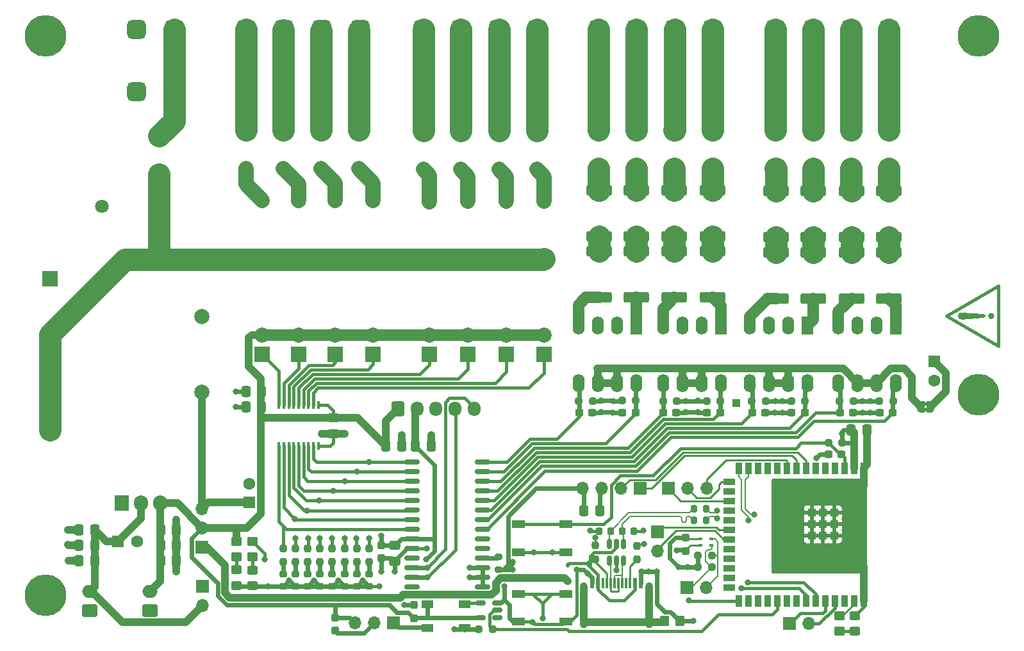
<source format=gbr>
%TF.GenerationSoftware,KiCad,Pcbnew,8.0.2*%
%TF.CreationDate,2024-08-07T19:15:07+02:00*%
%TF.ProjectId,hamodule,68616d6f-6475-46c6-952e-6b696361645f,20240807.23.8*%
%TF.SameCoordinates,Original*%
%TF.FileFunction,Copper,L1,Top*%
%TF.FilePolarity,Positive*%
%FSLAX46Y46*%
G04 Gerber Fmt 4.6, Leading zero omitted, Abs format (unit mm)*
G04 Created by KiCad (PCBNEW 8.0.2) date 2024-08-07 19:15:07*
%MOMM*%
%LPD*%
G01*
G04 APERTURE LIST*
G04 Aperture macros list*
%AMRoundRect*
0 Rectangle with rounded corners*
0 $1 Rounding radius*
0 $2 $3 $4 $5 $6 $7 $8 $9 X,Y pos of 4 corners*
0 Add a 4 corners polygon primitive as box body*
4,1,4,$2,$3,$4,$5,$6,$7,$8,$9,$2,$3,0*
0 Add four circle primitives for the rounded corners*
1,1,$1+$1,$2,$3*
1,1,$1+$1,$4,$5*
1,1,$1+$1,$6,$7*
1,1,$1+$1,$8,$9*
0 Add four rect primitives between the rounded corners*
20,1,$1+$1,$2,$3,$4,$5,0*
20,1,$1+$1,$4,$5,$6,$7,0*
20,1,$1+$1,$6,$7,$8,$9,0*
20,1,$1+$1,$8,$9,$2,$3,0*%
%AMFreePoly0*
4,1,19,0.500000,-0.750000,0.000000,-0.750000,0.000000,-0.744911,-0.071157,-0.744911,-0.207708,-0.704816,-0.327430,-0.627875,-0.420627,-0.520320,-0.479746,-0.390866,-0.500000,-0.250000,-0.500000,0.250000,-0.479746,0.390866,-0.420627,0.520320,-0.327430,0.627875,-0.207708,0.704816,-0.071157,0.744911,0.000000,0.744911,0.000000,0.750000,0.500000,0.750000,0.500000,-0.750000,0.500000,-0.750000,
$1*%
%AMFreePoly1*
4,1,19,0.000000,0.744911,0.071157,0.744911,0.207708,0.704816,0.327430,0.627875,0.420627,0.520320,0.479746,0.390866,0.500000,0.250000,0.500000,-0.250000,0.479746,-0.390866,0.420627,-0.520320,0.327430,-0.627875,0.207708,-0.704816,0.071157,-0.744911,0.000000,-0.744911,0.000000,-0.750000,-0.500000,-0.750000,-0.500000,0.750000,0.000000,0.750000,0.000000,0.744911,0.000000,0.744911,
$1*%
G04 Aperture macros list end*
%TA.AperFunction,EtchedComponent*%
%ADD10C,0.381000*%
%TD*%
%TA.AperFunction,EtchedComponent*%
%ADD11C,0.200000*%
%TD*%
%TA.AperFunction,EtchedComponent*%
%ADD12C,0.450000*%
%TD*%
%TA.AperFunction,EtchedComponent*%
%ADD13C,0.250000*%
%TD*%
%TA.AperFunction,EtchedComponent*%
%ADD14C,0.400000*%
%TD*%
%TA.AperFunction,EtchedComponent*%
%ADD15C,0.000000*%
%TD*%
%TA.AperFunction,ComponentPad*%
%ADD16R,1.700000X1.700000*%
%TD*%
%TA.AperFunction,ComponentPad*%
%ADD17O,1.700000X1.700000*%
%TD*%
%TA.AperFunction,SMDPad,CuDef*%
%ADD18RoundRect,0.249999X-1.425001X0.450001X-1.425001X-0.450001X1.425001X-0.450001X1.425001X0.450001X0*%
%TD*%
%TA.AperFunction,ComponentPad*%
%ADD19C,1.800000*%
%TD*%
%TA.AperFunction,SMDPad,CuDef*%
%ADD20RoundRect,0.250000X0.450000X-0.325000X0.450000X0.325000X-0.450000X0.325000X-0.450000X-0.325000X0*%
%TD*%
%TA.AperFunction,SMDPad,CuDef*%
%ADD21RoundRect,0.250000X0.450000X-0.350000X0.450000X0.350000X-0.450000X0.350000X-0.450000X-0.350000X0*%
%TD*%
%TA.AperFunction,ComponentPad*%
%ADD22RoundRect,0.250000X0.750000X-0.600000X0.750000X0.600000X-0.750000X0.600000X-0.750000X-0.600000X0*%
%TD*%
%TA.AperFunction,ComponentPad*%
%ADD23O,2.000000X1.700000*%
%TD*%
%TA.AperFunction,SMDPad,CuDef*%
%ADD24RoundRect,0.250000X0.337500X0.475000X-0.337500X0.475000X-0.337500X-0.475000X0.337500X-0.475000X0*%
%TD*%
%TA.AperFunction,SMDPad,CuDef*%
%ADD25RoundRect,0.250000X-0.337500X-0.475000X0.337500X-0.475000X0.337500X0.475000X-0.337500X0.475000X0*%
%TD*%
%TA.AperFunction,ComponentPad*%
%ADD26R,2.000000X2.000000*%
%TD*%
%TA.AperFunction,ComponentPad*%
%ADD27C,2.000000*%
%TD*%
%TA.AperFunction,ComponentPad*%
%ADD28R,1.905000X2.000000*%
%TD*%
%TA.AperFunction,ComponentPad*%
%ADD29O,1.905000X2.000000*%
%TD*%
%TA.AperFunction,ComponentPad*%
%ADD30RoundRect,0.625000X0.625000X0.625000X-0.625000X0.625000X-0.625000X-0.625000X0.625000X-0.625000X0*%
%TD*%
%TA.AperFunction,ComponentPad*%
%ADD31C,5.500000*%
%TD*%
%TA.AperFunction,ComponentPad*%
%ADD32R,1.600000X2.400000*%
%TD*%
%TA.AperFunction,ComponentPad*%
%ADD33O,1.600000X2.400000*%
%TD*%
%TA.AperFunction,SMDPad,CuDef*%
%ADD34RoundRect,0.237500X-0.250000X-0.237500X0.250000X-0.237500X0.250000X0.237500X-0.250000X0.237500X0*%
%TD*%
%TA.AperFunction,SMDPad,CuDef*%
%ADD35RoundRect,0.237500X0.300000X0.237500X-0.300000X0.237500X-0.300000X-0.237500X0.300000X-0.237500X0*%
%TD*%
%TA.AperFunction,SMDPad,CuDef*%
%ADD36R,1.800000X1.100000*%
%TD*%
%TA.AperFunction,SMDPad,CuDef*%
%ADD37RoundRect,0.237500X-0.300000X-0.237500X0.300000X-0.237500X0.300000X0.237500X-0.300000X0.237500X0*%
%TD*%
%TA.AperFunction,SMDPad,CuDef*%
%ADD38RoundRect,0.237500X-0.237500X0.300000X-0.237500X-0.300000X0.237500X-0.300000X0.237500X0.300000X0*%
%TD*%
%TA.AperFunction,SMDPad,CuDef*%
%ADD39RoundRect,0.225000X0.225000X0.250000X-0.225000X0.250000X-0.225000X-0.250000X0.225000X-0.250000X0*%
%TD*%
%TA.AperFunction,SMDPad,CuDef*%
%ADD40R,0.400000X1.000000*%
%TD*%
%TA.AperFunction,ComponentPad*%
%ADD41R,1.600000X1.600000*%
%TD*%
%TA.AperFunction,ComponentPad*%
%ADD42C,1.600000*%
%TD*%
%TA.AperFunction,SMDPad,CuDef*%
%ADD43RoundRect,0.237500X0.237500X-0.250000X0.237500X0.250000X-0.237500X0.250000X-0.237500X-0.250000X0*%
%TD*%
%TA.AperFunction,SMDPad,CuDef*%
%ADD44RoundRect,0.218750X0.256250X-0.218750X0.256250X0.218750X-0.256250X0.218750X-0.256250X-0.218750X0*%
%TD*%
%TA.AperFunction,SMDPad,CuDef*%
%ADD45RoundRect,0.150000X0.512500X0.150000X-0.512500X0.150000X-0.512500X-0.150000X0.512500X-0.150000X0*%
%TD*%
%TA.AperFunction,SMDPad,CuDef*%
%ADD46RoundRect,0.200000X0.200000X0.275000X-0.200000X0.275000X-0.200000X-0.275000X0.200000X-0.275000X0*%
%TD*%
%TA.AperFunction,SMDPad,CuDef*%
%ADD47R,0.900000X1.500000*%
%TD*%
%TA.AperFunction,SMDPad,CuDef*%
%ADD48R,1.500000X0.900000*%
%TD*%
%TA.AperFunction,SMDPad,CuDef*%
%ADD49R,1.000000X1.000000*%
%TD*%
%TA.AperFunction,SMDPad,CuDef*%
%ADD50RoundRect,0.237500X0.237500X-0.300000X0.237500X0.300000X-0.237500X0.300000X-0.237500X-0.300000X0*%
%TD*%
%TA.AperFunction,SMDPad,CuDef*%
%ADD51RoundRect,0.200000X0.275000X-0.200000X0.275000X0.200000X-0.275000X0.200000X-0.275000X-0.200000X0*%
%TD*%
%TA.AperFunction,ComponentPad*%
%ADD52R,1.000000X1.000000*%
%TD*%
%TA.AperFunction,SMDPad,CuDef*%
%ADD53RoundRect,0.250000X-0.450000X0.325000X-0.450000X-0.325000X0.450000X-0.325000X0.450000X0.325000X0*%
%TD*%
%TA.AperFunction,SMDPad,CuDef*%
%ADD54RoundRect,0.112500X0.112500X-0.187500X0.112500X0.187500X-0.112500X0.187500X-0.112500X-0.187500X0*%
%TD*%
%TA.AperFunction,SMDPad,CuDef*%
%ADD55R,0.600000X1.450000*%
%TD*%
%TA.AperFunction,SMDPad,CuDef*%
%ADD56R,0.300000X1.450000*%
%TD*%
%TA.AperFunction,ComponentPad*%
%ADD57O,1.000000X2.100000*%
%TD*%
%TA.AperFunction,ComponentPad*%
%ADD58O,1.000000X1.600000*%
%TD*%
%TA.AperFunction,ComponentPad*%
%ADD59RoundRect,0.250000X-0.600000X-0.725000X0.600000X-0.725000X0.600000X0.725000X-0.600000X0.725000X0*%
%TD*%
%TA.AperFunction,ComponentPad*%
%ADD60O,1.700000X1.950000*%
%TD*%
%TA.AperFunction,SMDPad,CuDef*%
%ADD61RoundRect,0.150000X-0.875000X-0.150000X0.875000X-0.150000X0.875000X0.150000X-0.875000X0.150000X0*%
%TD*%
%TA.AperFunction,SMDPad,CuDef*%
%ADD62RoundRect,0.250000X-0.475000X0.337500X-0.475000X-0.337500X0.475000X-0.337500X0.475000X0.337500X0*%
%TD*%
%TA.AperFunction,SMDPad,CuDef*%
%ADD63RoundRect,0.250000X-0.350000X-0.450000X0.350000X-0.450000X0.350000X0.450000X-0.350000X0.450000X0*%
%TD*%
%TA.AperFunction,SMDPad,CuDef*%
%ADD64R,0.500000X0.300000*%
%TD*%
%TA.AperFunction,SMDPad,CuDef*%
%ADD65RoundRect,0.150000X0.150000X-0.512500X0.150000X0.512500X-0.150000X0.512500X-0.150000X-0.512500X0*%
%TD*%
%TA.AperFunction,SMDPad,CuDef*%
%ADD66RoundRect,0.225000X-0.225000X-0.250000X0.225000X-0.250000X0.225000X0.250000X-0.225000X0.250000X0*%
%TD*%
%TA.AperFunction,SMDPad,CuDef*%
%ADD67FreePoly0,0.000000*%
%TD*%
%TA.AperFunction,SMDPad,CuDef*%
%ADD68FreePoly1,0.000000*%
%TD*%
%TA.AperFunction,SMDPad,CuDef*%
%ADD69R,1.500000X1.000000*%
%TD*%
%TA.AperFunction,ViaPad*%
%ADD70C,0.800000*%
%TD*%
%TA.AperFunction,Conductor*%
%ADD71C,3.000000*%
%TD*%
%TA.AperFunction,Conductor*%
%ADD72C,0.600000*%
%TD*%
%TA.AperFunction,Conductor*%
%ADD73C,1.000000*%
%TD*%
%TA.AperFunction,Conductor*%
%ADD74C,0.400000*%
%TD*%
%TA.AperFunction,Conductor*%
%ADD75C,1.500000*%
%TD*%
%TA.AperFunction,Conductor*%
%ADD76C,0.250000*%
%TD*%
%TA.AperFunction,Conductor*%
%ADD77C,2.000000*%
%TD*%
%TA.AperFunction,Conductor*%
%ADD78C,0.200000*%
%TD*%
G04 APERTURE END LIST*
D10*
%TO.C,G9*%
X122164000Y42468400D02*
X129084000Y46468400D01*
D11*
X122584000Y42318400D02*
X122584000Y42628400D01*
X129064000Y45978400D02*
X128654736Y46244722D01*
X129064000Y38958400D02*
X128654736Y38692078D01*
D10*
X129084000Y46468400D02*
X129084000Y38468400D01*
X129084000Y38468400D02*
X122164000Y42468400D01*
D12*
X124349000Y42468400D02*
G75*
G02*
X123899000Y42468400I-225000J0D01*
G01*
X123899000Y42468400D02*
G75*
G02*
X124349000Y42468400I225000J0D01*
G01*
D13*
X127249000Y42468400D02*
G75*
G02*
X126999000Y42468400I-125000J0D01*
G01*
X126999000Y42468400D02*
G75*
G02*
X127249000Y42468400I125000J0D01*
G01*
D14*
X128324000Y42468400D02*
G75*
G02*
X127924000Y42468400I-200000J0D01*
G01*
X127924000Y42468400D02*
G75*
G02*
X128324000Y42468400I200000J0D01*
G01*
D15*
%TA.AperFunction,EtchedComponent*%
G36*
X127124000Y42718400D02*
G01*
X127124000Y42218400D01*
X124124000Y42018400D01*
X124124000Y42918400D01*
X127124000Y42718400D01*
G37*
%TD.AperFunction*%
%TA.AperFunction,EtchedComponent*%
%TO.C,JP1*%
G36*
X119724000Y30668400D02*
G01*
X119224000Y30668400D01*
X119224000Y31068400D01*
X119724000Y31068400D01*
X119724000Y30668400D01*
G37*
%TD.AperFunction*%
%TA.AperFunction,EtchedComponent*%
G36*
X119724000Y29868400D02*
G01*
X119224000Y29868400D01*
X119224000Y30268400D01*
X119724000Y30268400D01*
X119724000Y29868400D01*
G37*
%TD.AperFunction*%
%TD*%
D16*
%TO.P,J7,1,Pin_1*%
%TO.N,3.3V+*%
X23876500Y6731000D03*
D17*
%TO.P,J7,2,Pin_2*%
%TO.N,Net-(J6-Pin_2)*%
X23876500Y4191000D03*
%TD*%
D18*
%TO.P,R19,1*%
%TO.N,Net-(F6-Pad1)*%
X76275000Y59056900D03*
%TO.P,R19,2*%
%TO.N,Net-(R15-Pad1)*%
X76275000Y52956900D03*
%TD*%
%TO.P,R20,1*%
%TO.N,Net-(F7-Pad1)*%
X81228000Y59056900D03*
%TO.P,R20,2*%
%TO.N,Net-(R16-Pad1)*%
X81228000Y52956900D03*
%TD*%
D19*
%TO.P,RV1,1*%
%TO.N,220VAC(N)*%
X10626400Y57005330D03*
%TO.P,RV1,2*%
%TO.N,220VAC(L)*%
X18126400Y55372000D03*
%TD*%
D18*
%TO.P,R16,1*%
%TO.N,Net-(R16-Pad1)*%
X81228000Y51005100D03*
%TO.P,R16,2*%
%TO.N,Net-(R16-Pad2)*%
X81228000Y44905100D03*
%TD*%
%TO.P,R15,1*%
%TO.N,Net-(R15-Pad1)*%
X76275000Y51005100D03*
%TO.P,R15,2*%
%TO.N,Net-(R15-Pad2)*%
X76275000Y44905100D03*
%TD*%
D20*
%TO.P,D1,1,K*%
%TO.N,GND*%
X28424000Y6868400D03*
%TO.P,D1,2,A*%
%TO.N,Net-(D1-A)*%
X28424000Y8918400D03*
%TD*%
D21*
%TO.P,R2,1*%
%TO.N,Net-(D1-A)*%
X28424000Y10668400D03*
%TO.P,R2,2*%
%TO.N,5V+*%
X28424000Y12668400D03*
%TD*%
D22*
%TO.P,J1,1,Pin_1*%
%TO.N,GND*%
X16963300Y3568700D03*
D23*
%TO.P,J1,2,Pin_2*%
%TO.N,5V+*%
X16963300Y6068700D03*
%TD*%
D24*
%TO.P,C9,1*%
%TO.N,Net-(J6-Pin_2)*%
X9644200Y14198600D03*
%TO.P,C9,2*%
%TO.N,GND*%
X7569200Y14198600D03*
%TD*%
D25*
%TO.P,C7,1*%
%TO.N,5V+*%
X18364200Y10109200D03*
%TO.P,C7,2*%
%TO.N,GND*%
X20439200Y10109200D03*
%TD*%
D26*
%TO.P,PS1,1,VAC_IN(N)*%
%TO.N,220VAC(N)*%
X3780000Y47421800D03*
D27*
%TO.P,PS1,5,VAC_IN(L)*%
%TO.N,220VAC(L)*%
X3780000Y27421800D03*
%TO.P,PS1,7,+VOUT*%
%TO.N,5V+_PS*%
X23780000Y32421800D03*
%TO.P,PS1,9,-VOUT*%
%TO.N,GND*%
X23780000Y42421800D03*
%TD*%
D28*
%TO.P,U1,1,GND*%
%TO.N,GND*%
X13242700Y17729200D03*
D29*
%TO.P,U1,2,VO*%
%TO.N,Net-(J6-Pin_2)*%
X15782700Y17729200D03*
%TO.P,U1,3,VI*%
%TO.N,5V+*%
X18322700Y17729200D03*
%TD*%
D30*
%TO.P,J9,1,1*%
%TO.N,Net-(F5-Pad2)*%
X44691800Y72136000D03*
%TO.P,J9,2,2*%
X44691800Y80335999D03*
%TO.P,J9,3,3*%
%TO.N,Net-(F4-Pad2)*%
X39691800Y72136000D03*
%TO.P,J9,4,4*%
X39691800Y80335999D03*
%TO.P,J9,5,5*%
%TO.N,Net-(F3-Pad2)*%
X34691800Y72136000D03*
%TO.P,J9,6,6*%
X34691800Y80335999D03*
%TO.P,J9,7,7*%
%TO.N,Net-(F2-Pad2)*%
X29691800Y72136000D03*
%TO.P,J9,8,8*%
X29691800Y80335999D03*
%TD*%
%TO.P,J2,1,1*%
%TO.N,Net-(F1-Pad1)*%
X20144000Y72112401D03*
%TO.P,J2,2,2*%
X20144000Y80312400D03*
%TO.P,J2,3,3*%
%TO.N,220VAC(N)*%
X15144000Y72112401D03*
%TO.P,J2,4,4*%
X15144000Y80312400D03*
%TD*%
%TO.P,J12,1,1*%
%TO.N,Net-(F9-Pad2)*%
X91264000Y72140201D03*
%TO.P,J12,2,2*%
X91264000Y80340200D03*
%TO.P,J12,3,3*%
%TO.N,Net-(F8-Pad2)*%
X86264000Y72140201D03*
%TO.P,J12,4,4*%
X86264000Y80340200D03*
%TO.P,J12,5,5*%
%TO.N,Net-(F7-Pad2)*%
X81264000Y72140201D03*
%TO.P,J12,6,6*%
X81264000Y80340200D03*
%TO.P,J12,7,7*%
%TO.N,Net-(F6-Pad2)*%
X76264000Y72140201D03*
%TO.P,J12,8,8*%
X76264000Y80340200D03*
%TD*%
D27*
%TO.P,F1,1*%
%TO.N,Net-(F1-Pad1)*%
X18161000Y66243200D03*
%TO.P,F1,2*%
%TO.N,220VAC(L)*%
X18151000Y61163200D03*
%TD*%
D31*
%TO.P,H2,1,1*%
%TO.N,unconnected-(H2-Pad1)*%
X3124000Y79468400D03*
%TD*%
%TO.P,H1,1,1*%
%TO.N,unconnected-(H1-Pad1)*%
X126424000Y79468400D03*
%TD*%
D32*
%TO.P,U3,1*%
%TO.N,Net-(R31-Pad2)*%
X115513178Y41232282D03*
D33*
%TO.P,U3,2*%
%TO.N,220VAC(N)-LowV*%
X112973178Y41232282D03*
%TO.P,U3,3*%
X110433178Y41232282D03*
%TO.P,U3,4*%
%TO.N,Net-(R32-Pad2)*%
X107893178Y41232282D03*
%TO.P,U3,5*%
%TO.N,Net-(U9-GPA1)*%
X107893178Y33612282D03*
%TO.P,U3,6*%
%TO.N,3.3V+*%
X110433178Y33612282D03*
%TO.P,U3,7*%
X112973178Y33612282D03*
%TO.P,U3,8*%
%TO.N,Net-(U9-GPA0)*%
X115513178Y33612282D03*
%TD*%
D18*
%TO.P,R18,1*%
%TO.N,Net-(R18-Pad1)*%
X91286400Y51005100D03*
%TO.P,R18,2*%
%TO.N,Net-(R18-Pad2)*%
X91286400Y44905100D03*
%TD*%
%TO.P,R21,1*%
%TO.N,Net-(F8-Pad1)*%
X86257200Y59056900D03*
%TO.P,R21,2*%
%TO.N,Net-(R17-Pad1)*%
X86257200Y52956900D03*
%TD*%
%TO.P,R22,1*%
%TO.N,Net-(F9-Pad1)*%
X91286400Y59056900D03*
%TO.P,R22,2*%
%TO.N,Net-(R18-Pad1)*%
X91286400Y52956900D03*
%TD*%
D32*
%TO.P,U5,1*%
%TO.N,Net-(R16-Pad2)*%
X81205300Y41228800D03*
D33*
%TO.P,U5,2*%
%TO.N,220VAC(N)-LowV*%
X78665300Y41228800D03*
%TO.P,U5,3*%
X76125300Y41228800D03*
%TO.P,U5,4*%
%TO.N,Net-(R15-Pad2)*%
X73585300Y41228800D03*
%TO.P,U5,5*%
%TO.N,Net-(U9-GPA7)*%
X73585300Y33608800D03*
%TO.P,U5,6*%
%TO.N,3.3V+*%
X76125300Y33608800D03*
%TO.P,U5,7*%
X78665300Y33608800D03*
%TO.P,U5,8*%
%TO.N,Net-(U9-GPA6)*%
X81205300Y33608800D03*
%TD*%
D32*
%TO.P,U6,1*%
%TO.N,Net-(R18-Pad2)*%
X92381300Y41228800D03*
D33*
%TO.P,U6,2*%
%TO.N,220VAC(N)-LowV*%
X89841300Y41228800D03*
%TO.P,U6,3*%
X87301300Y41228800D03*
%TO.P,U6,4*%
%TO.N,Net-(R17-Pad2)*%
X84761300Y41228800D03*
%TO.P,U6,5*%
%TO.N,Net-(U9-GPA5)*%
X84761300Y33608800D03*
%TO.P,U6,6*%
%TO.N,3.3V+*%
X87301300Y33608800D03*
%TO.P,U6,7*%
X89841300Y33608800D03*
%TO.P,U6,8*%
%TO.N,Net-(U9-GPA4)*%
X92381300Y33608800D03*
%TD*%
D18*
%TO.P,R17,1*%
%TO.N,Net-(R17-Pad1)*%
X86257200Y51005100D03*
%TO.P,R17,2*%
%TO.N,Net-(R17-Pad2)*%
X86257200Y44905100D03*
%TD*%
D34*
%TO.P,R1,1*%
%TO.N,EN*%
X106588402Y25681201D03*
%TO.P,R1,2*%
%TO.N,3.3V+*%
X108413402Y25681201D03*
%TD*%
D35*
%TO.P,C1,1*%
%TO.N,EN*%
X108350902Y24157201D03*
%TO.P,C1,2*%
%TO.N,GND*%
X106625902Y24157201D03*
%TD*%
D22*
%TO.P,J6,1,Pin_1*%
%TO.N,GND*%
X9038500Y3568700D03*
D23*
%TO.P,J6,2,Pin_2*%
%TO.N,Net-(J6-Pin_2)*%
X9038500Y6068700D03*
%TD*%
D36*
%TO.P,SW1,1,1*%
%TO.N,EN*%
X65671000Y14968400D03*
X71871000Y14968400D03*
%TO.P,SW1,2,2*%
%TO.N,GND*%
X65671000Y11268400D03*
X71871000Y11268400D03*
%TD*%
%TO.P,SW2,1,1*%
%TO.N,IO0*%
X65669800Y5765800D03*
X71869800Y5765800D03*
%TO.P,SW2,2,2*%
%TO.N,GND*%
X65669800Y2065800D03*
X71869800Y2065800D03*
%TD*%
D16*
%TO.P,J10,1,Pin_1*%
%TO.N,RXD0*%
X101429402Y1808701D03*
D17*
%TO.P,J10,2,Pin_2*%
%TO.N,TXD0*%
X103969402Y1808701D03*
%TD*%
D37*
%TO.P,C5,1*%
%TO.N,3.3V+*%
X109980902Y24157201D03*
%TO.P,C5,2*%
%TO.N,GND*%
X111705902Y24157201D03*
%TD*%
D38*
%TO.P,C19,1*%
%TO.N,3.3V+*%
X87779402Y13161201D03*
%TO.P,C19,2*%
%TO.N,GND*%
X87779402Y11436201D03*
%TD*%
D39*
%TO.P,C13,1*%
%TO.N,D-*%
X77834402Y14078701D03*
%TO.P,C13,2*%
%TO.N,GND*%
X76284402Y14078701D03*
%TD*%
D20*
%TO.P,D12,1,K*%
%TO.N,GND*%
X30524000Y6843400D03*
%TO.P,D12,2,A*%
%TO.N,Net-(D12-A)*%
X30524000Y8893400D03*
%TD*%
D40*
%TO.P,U10,1,I1*%
%TO.N,Net-(U10-I1)*%
X34012800Y25290800D03*
%TO.P,U10,2,I2*%
%TO.N,Net-(U10-I2)*%
X34662800Y25290800D03*
%TO.P,U10,3,I3*%
%TO.N,Net-(U10-I3)*%
X35312800Y25290800D03*
%TO.P,U10,4,I4*%
%TO.N,Net-(U10-I4)*%
X35962800Y25290800D03*
%TO.P,U10,5,I5*%
%TO.N,Net-(U10-I5)*%
X36612800Y25290800D03*
%TO.P,U10,6,I6*%
%TO.N,Net-(U10-I6)*%
X37262800Y25290800D03*
%TO.P,U10,7,I7*%
%TO.N,Net-(U10-I7)*%
X37912800Y25290800D03*
%TO.P,U10,8,I8*%
%TO.N,Net-(U10-I8)*%
X38562800Y25290800D03*
%TO.P,U10,9,GND*%
%TO.N,GND*%
X39212800Y25290800D03*
%TO.P,U10,10,COM*%
%TO.N,5V+*%
X39212800Y30690800D03*
%TO.P,U10,11,O8*%
%TO.N,Net-(U10-O8)*%
X38562800Y30690800D03*
%TO.P,U10,12,O7*%
%TO.N,Net-(U10-O7)*%
X37912800Y30690800D03*
%TO.P,U10,13,O6*%
%TO.N,Net-(U10-O6)*%
X37262800Y30690800D03*
%TO.P,U10,14,O5*%
%TO.N,Net-(U10-O5)*%
X36612800Y30690800D03*
%TO.P,U10,15,O4*%
%TO.N,Net-(U10-O4)*%
X35962800Y30690800D03*
%TO.P,U10,16,O3*%
%TO.N,Net-(U10-O3)*%
X35312800Y30690800D03*
%TO.P,U10,17,O2*%
%TO.N,Net-(U10-O2)*%
X34662800Y30690800D03*
%TO.P,U10,18,O1*%
%TO.N,Net-(U10-O1)*%
X34012800Y30690800D03*
%TD*%
D41*
%TO.P,C32,1*%
%TO.N,Net-(JP1-B)*%
X120624000Y36468400D03*
D42*
%TO.P,C32,2*%
%TO.N,GND*%
X120624000Y33968400D03*
%TD*%
D16*
%TO.P,J13,1,Pin_1*%
%TO.N,GPIO15*%
X81724000Y19668400D03*
D17*
%TO.P,J13,2,Pin_2*%
%TO.N,GPIO7*%
X79184000Y19668400D03*
%TO.P,J13,3,Pin_3*%
%TO.N,GND*%
X76644000Y19668400D03*
%TO.P,J13,4,Pin_4*%
%TO.N,3.3V+*%
X74104000Y19668400D03*
%TD*%
D43*
%TO.P,R40,1*%
%TO.N,Net-(D9-A)*%
X36171496Y9965496D03*
%TO.P,R40,2*%
%TO.N,Net-(U10-I2)*%
X36171496Y11790496D03*
%TD*%
D30*
%TO.P,J14,1,1*%
%TO.N,Net-(F10-Pad2)*%
X114621702Y72140201D03*
%TO.P,J14,2,2*%
X114621702Y80340200D03*
%TO.P,J14,3,3*%
%TO.N,Net-(F11-Pad2)*%
X109621702Y72140201D03*
%TO.P,J14,4,4*%
X109621702Y80340200D03*
%TO.P,J14,5,5*%
%TO.N,Net-(F12-Pad2)*%
X104621702Y72140201D03*
%TO.P,J14,6,6*%
X104621702Y80340200D03*
%TO.P,J14,7,7*%
%TO.N,Net-(F13-Pad2)*%
X99621702Y72140201D03*
%TO.P,J14,8,8*%
X99621702Y80340200D03*
%TD*%
%TO.P,J15,1,1*%
%TO.N,Net-(F17-Pad2)*%
X68059800Y72136000D03*
%TO.P,J15,2,2*%
X68059800Y80335999D03*
%TO.P,J15,3,3*%
%TO.N,Net-(F16-Pad2)*%
X63059800Y72136000D03*
%TO.P,J15,4,4*%
X63059800Y80335999D03*
%TO.P,J15,5,5*%
%TO.N,Net-(F15-Pad2)*%
X58059800Y72136000D03*
%TO.P,J15,6,6*%
X58059800Y80335999D03*
%TO.P,J15,7,7*%
%TO.N,Net-(F14-Pad2)*%
X53059800Y72136000D03*
%TO.P,J15,8,8*%
X53059800Y80335999D03*
%TD*%
D43*
%TO.P,R39,1*%
%TO.N,Net-(D8-A)*%
X34545896Y9967396D03*
%TO.P,R39,2*%
%TO.N,Net-(U10-I1)*%
X34545896Y11792396D03*
%TD*%
D18*
%TO.P,R33,1*%
%TO.N,Net-(R29-Pad2)*%
X104583200Y50900600D03*
%TO.P,R33,2*%
%TO.N,Net-(R33-Pad2)*%
X104583200Y44800600D03*
%TD*%
D37*
%TO.P,C24,1*%
%TO.N,Net-(U9-GPA3)*%
X96524002Y29707101D03*
%TO.P,C24,2*%
%TO.N,GND*%
X98249002Y29707101D03*
%TD*%
D18*
%TO.P,R29,1*%
%TO.N,Net-(F12-Pad1)*%
X104583200Y59032600D03*
%TO.P,R29,2*%
%TO.N,Net-(R29-Pad2)*%
X104583200Y52932600D03*
%TD*%
D44*
%TO.P,D8,1,K*%
%TO.N,GND*%
X34545896Y6790296D03*
%TO.P,D8,2,A*%
%TO.N,Net-(D8-A)*%
X34545896Y8365296D03*
%TD*%
D37*
%TO.P,C22,1*%
%TO.N,Net-(U9-GPA1)*%
X108156102Y29707101D03*
%TO.P,C22,2*%
%TO.N,GND*%
X109881102Y29707101D03*
%TD*%
D19*
%TO.P,F15,1*%
%TO.N,Net-(F15-Pad1)*%
X58026800Y61849000D03*
%TO.P,F15,2*%
%TO.N,Net-(F15-Pad2)*%
X58026800Y66929000D03*
%TD*%
D21*
%TO.P,R44,1*%
%TO.N,Net-(D12-A)*%
X30524000Y10668400D03*
%TO.P,R44,2*%
%TO.N,3.3V+*%
X30524000Y12668400D03*
%TD*%
D34*
%TO.P,R13,1*%
%TO.N,Net-(U9-GPA5)*%
X84738626Y31255920D03*
%TO.P,R13,2*%
%TO.N,GND*%
X86563626Y31255920D03*
%TD*%
D26*
%TO.P,K5,1*%
%TO.N,Net-(U10-O5)*%
X53898800Y37424500D03*
D27*
%TO.P,K5,2*%
%TO.N,5V+*%
X53898800Y39964500D03*
%TO.P,K5,3*%
%TO.N,220VAC(L)*%
X53898800Y50124500D03*
%TO.P,K5,4*%
%TO.N,Net-(F14-Pad1)*%
X53898800Y57744500D03*
%TD*%
D16*
%TO.P,J5,1,Pin_1*%
%TO.N,GPIO9*%
X85424000Y19668400D03*
D17*
%TO.P,J5,2,Pin_2*%
%TO.N,GPIO3*%
X87964000Y19668400D03*
%TO.P,J5,3,Pin_3*%
%TO.N,GPIO16*%
X90504000Y19668400D03*
%TD*%
D19*
%TO.P,F7,1*%
%TO.N,Net-(F7-Pad1)*%
X81228000Y61952500D03*
%TO.P,F7,2*%
%TO.N,Net-(F7-Pad2)*%
X81228000Y67032500D03*
%TD*%
D43*
%TO.P,R25,1*%
%TO.N,Net-(D6-A)*%
X42673896Y9967396D03*
%TO.P,R25,2*%
%TO.N,Net-(U10-I6)*%
X42673896Y11792396D03*
%TD*%
%TO.P,R26,1*%
%TO.N,Net-(D7-A)*%
X41048296Y9965496D03*
%TO.P,R26,2*%
%TO.N,Net-(U10-I5)*%
X41048296Y11790496D03*
%TD*%
D18*
%TO.P,R34,1*%
%TO.N,Net-(R30-Pad2)*%
X99644200Y50852800D03*
%TO.P,R34,2*%
%TO.N,Net-(R34-Pad2)*%
X99644200Y44752800D03*
%TD*%
D34*
%TO.P,R11,1*%
%TO.N,Net-(U9-GPA7)*%
X73611526Y31255920D03*
%TO.P,R11,2*%
%TO.N,GND*%
X75436526Y31255920D03*
%TD*%
D45*
%TO.P,U12,1,NC*%
%TO.N,unconnected-(U12-NC-Pad1)*%
X62890400Y2641600D03*
%TO.P,U12,2,A*%
%TO.N,RGBLED*%
X62890400Y3591600D03*
%TO.P,U12,3,GND*%
%TO.N,GND*%
X62890400Y4541600D03*
%TO.P,U12,4,Y*%
%TO.N,Net-(D13-DIN)*%
X60615400Y4541600D03*
%TO.P,U12,5,VCC*%
%TO.N,5V+*%
X60615400Y2641600D03*
%TD*%
D46*
%TO.P,R4,1*%
%TO.N,/ESP-D-*%
X90454402Y16988701D03*
%TO.P,R4,2*%
%TO.N,D-*%
X88804402Y16988701D03*
%TD*%
D41*
%TO.P,C26,1*%
%TO.N,5V+_PS*%
X30124400Y17820000D03*
D42*
%TO.P,C26,2*%
%TO.N,GND*%
X30124400Y20320000D03*
%TD*%
D34*
%TO.P,R35,1*%
%TO.N,GND*%
X113337702Y31231101D03*
%TO.P,R35,2*%
%TO.N,Net-(U9-GPA0)*%
X115162702Y31231101D03*
%TD*%
D18*
%TO.P,R30,1*%
%TO.N,Net-(F13-Pad1)*%
X99644200Y58982800D03*
%TO.P,R30,2*%
%TO.N,Net-(R30-Pad2)*%
X99644200Y52882800D03*
%TD*%
D46*
%TO.P,R3,1*%
%TO.N,/ESP-D+*%
X90454402Y15513701D03*
%TO.P,R3,2*%
%TO.N,D+*%
X88804402Y15513701D03*
%TD*%
D47*
%TO.P,U2,1,GND*%
%TO.N,GND*%
X111239402Y22348701D03*
%TO.P,U2,2,3V3*%
%TO.N,3.3V+*%
X109969402Y22348701D03*
%TO.P,U2,3,EN*%
%TO.N,EN*%
X108699402Y22348701D03*
%TO.P,U2,4,GPIO4/TOUCH4/ADC1_CH3*%
%TO.N,unconnected-(U2-GPIO4{slash}TOUCH4{slash}ADC1_CH3-Pad4)*%
X107429402Y22348701D03*
%TO.P,U2,5,GPIO5/TOUCH5/ADC1_CH4*%
%TO.N,unconnected-(U2-GPIO5{slash}TOUCH5{slash}ADC1_CH4-Pad5)*%
X106159402Y22348701D03*
%TO.P,U2,6,GPIO6/TOUCH6/ADC1_CH5*%
%TO.N,unconnected-(U2-GPIO6{slash}TOUCH6{slash}ADC1_CH5-Pad6)*%
X104889402Y22348701D03*
%TO.P,U2,7,GPIO7/TOUCH7/ADC1_CH6*%
%TO.N,GPIO7*%
X103619402Y22348701D03*
%TO.P,U2,8,GPIO15/U0RTS/ADC2_CH4/XTAL_32K_P*%
%TO.N,GPIO15*%
X102349402Y22348701D03*
%TO.P,U2,9,GPIO16/U0CTS/ADC2_CH5/XTAL_32K_NH5*%
%TO.N,GPIO16*%
X101079402Y22348701D03*
%TO.P,U2,10,GPIO17/U1TXD/ADC2_CH6*%
%TO.N,unconnected-(U2-GPIO17{slash}U1TXD{slash}ADC2_CH6-Pad10)*%
X99809402Y22348701D03*
%TO.P,U2,11,GPIO18/U1RXD/ADC2_CH7/CLK_OUT3*%
%TO.N,unconnected-(U2-GPIO18{slash}U1RXD{slash}ADC2_CH7{slash}CLK_OUT3-Pad11)*%
X98539402Y22348701D03*
%TO.P,U2,12,GPIO8/TOUCH8/ADC1_CH7/SUBSPICS1*%
%TO.N,unconnected-(U2-GPIO8{slash}TOUCH8{slash}ADC1_CH7{slash}SUBSPICS1-Pad12)*%
X97269402Y22348701D03*
%TO.P,U2,13,GPIO19/U1RTS/ADC2_CH8/CLK_OUT2/USB_D-*%
%TO.N,/ESP-D-*%
X95999402Y22348701D03*
%TO.P,U2,14,GPIO20/U1CTS/ADC2_CH9/CLK_OUT1/USB_D+*%
%TO.N,/ESP-D+*%
X94729402Y22348701D03*
D48*
%TO.P,U2,15,GPIO3/TOUCH3/ADC1_CH2*%
%TO.N,GPIO3*%
X93479402Y20583701D03*
%TO.P,U2,16,GPIO46*%
%TO.N,unconnected-(U2-GPIO46-Pad16)*%
X93479402Y19313701D03*
%TO.P,U2,17,GPIO9/TOUCH9/ADC1_CH8/FSPIHD/SUBSPIHD*%
%TO.N,GPIO9*%
X93479402Y18043701D03*
%TO.P,U2,18,GPIO10/TOUCH10/ADC1_CH9/FSPICS0/FSPIIO4/SUBSPICS0*%
%TO.N,unconnected-(U2-GPIO10{slash}TOUCH10{slash}ADC1_CH9{slash}FSPICS0{slash}FSPIIO4{slash}SUBSPICS0-Pad18)*%
X93479402Y16773701D03*
%TO.P,U2,19,GPIO11/TOUCH11/ADC2_CH0/FSPID/FSPIIO5/SUBSPID*%
%TO.N,unconnected-(U2-GPIO11{slash}TOUCH11{slash}ADC2_CH0{slash}FSPID{slash}FSPIIO5{slash}SUBSPID-Pad19)*%
X93479402Y15503701D03*
%TO.P,U2,20,GPIO12/TOUCH12/ADC2_CH1/FSPICLK/FSPIIO6/SUBSPICLK*%
%TO.N,GPIO12*%
X93479402Y14233701D03*
%TO.P,U2,21,GPIO13/TOUCH13/ADC2_CH2/FSPIQ/FSPIIO7/SUBSPIQ*%
%TO.N,GPIO13*%
X93479402Y12963701D03*
%TO.P,U2,22,GPIO14/TOUCH14/ADC2_CH3/FSPIWP/FSPIDQS/SUBSPIWP*%
%TO.N,unconnected-(U2-GPIO14{slash}TOUCH14{slash}ADC2_CH3{slash}FSPIWP{slash}FSPIDQS{slash}SUBSPIWP-Pad22)*%
X93479402Y11693701D03*
%TO.P,U2,23,GPIO21*%
%TO.N,unconnected-(U2-GPIO21-Pad23)*%
X93479402Y10423701D03*
%TO.P,U2,24,GPIO47/SPICLK_P/SUBSPICLK_P_DIFF*%
%TO.N,unconnected-(U2-GPIO47{slash}SPICLK_P{slash}SUBSPICLK_P_DIFF-Pad24)*%
X93479402Y9153701D03*
%TO.P,U2,25,GPIO48/SPICLK_N/SUBSPICLK_N_DIFF*%
%TO.N,unconnected-(U2-GPIO48{slash}SPICLK_N{slash}SUBSPICLK_N_DIFF-Pad25)*%
X93479402Y7883701D03*
%TO.P,U2,26,GPIO45*%
%TO.N,unconnected-(U2-GPIO45-Pad26)*%
X93479402Y6613701D03*
D47*
%TO.P,U2,27,GPIO0/BOOT*%
%TO.N,IO0*%
X94729402Y4848701D03*
%TO.P,U2,28,NC*%
%TO.N,unconnected-(U2-NC-Pad28)*%
X95999402Y4848701D03*
%TO.P,U2,29,NC*%
%TO.N,unconnected-(U2-NC-Pad29)*%
X97269402Y4848701D03*
%TO.P,U2,30,NC*%
%TO.N,unconnected-(U2-NC-Pad30)*%
X98539402Y4848701D03*
%TO.P,U2,31,GPIO38/FSPIWP/SUBSPIWP*%
%TO.N,RGBLED*%
X99809402Y4848701D03*
%TO.P,U2,32,MTCK/GPIO39/CLK_OUT3/SUBSPICS1*%
%TO.N,unconnected-(U2-MTCK{slash}GPIO39{slash}CLK_OUT3{slash}SUBSPICS1-Pad32)*%
X101079402Y4848701D03*
%TO.P,U2,33,MTDO/GPIO40/CLK_OUT2*%
%TO.N,unconnected-(U2-MTDO{slash}GPIO40{slash}CLK_OUT2-Pad33)*%
X102349402Y4848701D03*
%TO.P,U2,34,MTDI/GPIO41/CLK_OUT1*%
%TO.N,SCL*%
X103619402Y4848701D03*
%TO.P,U2,35,MTMS/GPIO42*%
%TO.N,SDA*%
X104889402Y4848701D03*
%TO.P,U2,36,U0RXD/GPIO44/CLK_OUT2*%
%TO.N,RXD0*%
X106159402Y4848701D03*
%TO.P,U2,37,U0TXD/GPIO43/CLK_OUT1*%
%TO.N,TXD0*%
X107429402Y4848701D03*
%TO.P,U2,38,GPIO2/TOUCH2/ADC1_CH1*%
%TO.N,unconnected-(U2-GPIO2{slash}TOUCH2{slash}ADC1_CH1-Pad38)*%
X108699402Y4848701D03*
%TO.P,U2,39,GPIO1/TOUCH1/ADC1_CH0*%
%TO.N,LED-GPIO*%
X109969402Y4848701D03*
%TO.P,U2,40,GND*%
%TO.N,GND*%
X111239402Y4848701D03*
D49*
%TO.P,U2,41,GND*%
X107389402Y16458701D03*
X105889402Y16458701D03*
X104389402Y16458701D03*
X107389402Y14958701D03*
X105889402Y14958701D03*
X104389402Y14958701D03*
X107389402Y13458701D03*
X105889402Y13458701D03*
X104389402Y13458701D03*
%TD*%
D18*
%TO.P,R27,1*%
%TO.N,Net-(F10-Pad1)*%
X114616200Y59032600D03*
%TO.P,R27,2*%
%TO.N,Net-(R27-Pad2)*%
X114616200Y52932600D03*
%TD*%
D44*
%TO.P,D6,1,K*%
%TO.N,GND*%
X42673896Y6790396D03*
%TO.P,D6,2,A*%
%TO.N,Net-(D6-A)*%
X42673896Y8365396D03*
%TD*%
D26*
%TO.P,K6,1*%
%TO.N,Net-(U10-O6)*%
X58978800Y37424500D03*
D27*
%TO.P,K6,2*%
%TO.N,5V+*%
X58978800Y39964500D03*
%TO.P,K6,3*%
%TO.N,220VAC(L)*%
X58978800Y50124500D03*
%TO.P,K6,4*%
%TO.N,Net-(F15-Pad1)*%
X58978800Y57744500D03*
%TD*%
D34*
%TO.P,R45,1*%
%TO.N,GND*%
X60425800Y1051600D03*
%TO.P,R45,2*%
%TO.N,RGBLED*%
X62250800Y1051600D03*
%TD*%
D19*
%TO.P,F9,1*%
%TO.N,Net-(F9-Pad1)*%
X91286400Y61952500D03*
%TO.P,F9,2*%
%TO.N,Net-(F9-Pad2)*%
X91286400Y67032500D03*
%TD*%
D16*
%TO.P,J4,1,Pin_1*%
%TO.N,GPIO12*%
X84039402Y13923701D03*
D17*
%TO.P,J4,2,Pin_2*%
%TO.N,GPIO13*%
X84039402Y11383701D03*
%TD*%
D19*
%TO.P,F11,1*%
%TO.N,Net-(F11-Pad1)*%
X109626400Y61950600D03*
%TO.P,F11,2*%
%TO.N,Net-(F11-Pad2)*%
X109626400Y67030600D03*
%TD*%
D50*
%TO.P,C28,1*%
%TO.N,5V+*%
X51839200Y2540700D03*
%TO.P,C28,2*%
%TO.N,GND*%
X51839200Y4265700D03*
%TD*%
D51*
%TO.P,R43,1*%
%TO.N,3.3V+*%
X63017400Y8968400D03*
%TO.P,R43,2*%
%TO.N,Net-(U9-~{RESET})*%
X63017400Y10618400D03*
%TD*%
D16*
%TO.P,J3,1,Pin_1*%
%TO.N,SDA*%
X87929800Y6578600D03*
D17*
%TO.P,J3,2,Pin_2*%
%TO.N,SCL*%
X90469800Y6578600D03*
%TD*%
D34*
%TO.P,R37,1*%
%TO.N,GND*%
X101706402Y31231101D03*
%TO.P,R37,2*%
%TO.N,Net-(U9-GPA2)*%
X103531402Y31231101D03*
%TD*%
D52*
%TO.P,TP1,1,1*%
%TO.N,GND*%
X94424000Y30968400D03*
%TD*%
D53*
%TO.P,D2,1,K*%
%TO.N,GND*%
X110058200Y2879200D03*
%TO.P,D2,2,A*%
%TO.N,Net-(D2-A)*%
X110058200Y829200D03*
%TD*%
D25*
%TO.P,C27,1*%
%TO.N,5V+*%
X48149000Y25268400D03*
%TO.P,C27,2*%
%TO.N,GND*%
X50224000Y25268400D03*
%TD*%
D38*
%TO.P,C34,1*%
%TO.N,3.3V+*%
X47524000Y12205900D03*
%TO.P,C34,2*%
%TO.N,GND*%
X47524000Y10480900D03*
%TD*%
D54*
%TO.P,D3,1,K*%
%TO.N,VBUS*%
X72124000Y7468400D03*
%TO.P,D3,2,A*%
%TO.N,Net-(D3-A)*%
X72124000Y9568400D03*
%TD*%
D19*
%TO.P,F12,1*%
%TO.N,Net-(F12-Pad1)*%
X104621800Y61950600D03*
%TO.P,F12,2*%
%TO.N,Net-(F12-Pad2)*%
X104621800Y67030600D03*
%TD*%
%TO.P,F5,1*%
%TO.N,Net-(F5-Pad1)*%
X44532300Y61935500D03*
%TO.P,F5,2*%
%TO.N,Net-(F5-Pad2)*%
X44532300Y67015500D03*
%TD*%
D32*
%TO.P,U8,1*%
%TO.N,Net-(R33-Pad2)*%
X103829178Y41232282D03*
D33*
%TO.P,U8,2*%
%TO.N,220VAC(N)-LowV*%
X101289178Y41232282D03*
%TO.P,U8,3*%
X98749178Y41232282D03*
%TO.P,U8,4*%
%TO.N,Net-(R34-Pad2)*%
X96209178Y41232282D03*
%TO.P,U8,5*%
%TO.N,Net-(U9-GPA3)*%
X96209178Y33612282D03*
%TO.P,U8,6*%
%TO.N,3.3V+*%
X98749178Y33612282D03*
%TO.P,U8,7*%
X101289178Y33612282D03*
%TO.P,U8,8*%
%TO.N,Net-(U9-GPA2)*%
X103829178Y33612282D03*
%TD*%
D18*
%TO.P,R28,1*%
%TO.N,Net-(F11-Pad1)*%
X109637800Y59032600D03*
%TO.P,R28,2*%
%TO.N,Net-(R28-Pad2)*%
X109637800Y52932600D03*
%TD*%
D35*
%TO.P,C21,1*%
%TO.N,Net-(U9-GPA0)*%
X115112702Y29707101D03*
%TO.P,C21,2*%
%TO.N,GND*%
X113387702Y29707101D03*
%TD*%
D24*
%TO.P,C10,1*%
%TO.N,Net-(J6-Pin_2)*%
X9644200Y12141200D03*
%TO.P,C10,2*%
%TO.N,GND*%
X7569200Y12141200D03*
%TD*%
D16*
%TO.P,J16,1,Pin_1*%
%TO.N,Net-(D13-DO)*%
X49116800Y1966700D03*
D17*
%TO.P,J16,2,Pin_2*%
%TO.N,GND*%
X46576800Y1966700D03*
%TO.P,J16,3,Pin_3*%
%TO.N,5V+*%
X44036800Y1966700D03*
%TD*%
D19*
%TO.P,F14,1*%
%TO.N,Net-(F14-Pad1)*%
X53073800Y61849000D03*
%TO.P,F14,2*%
%TO.N,Net-(F14-Pad2)*%
X53073800Y66929000D03*
%TD*%
D55*
%TO.P,J11,A1,GND*%
%TO.N,GND*%
X75355402Y7137801D03*
%TO.P,J11,A4,VBUS*%
%TO.N,Net-(D3-A)*%
X76155402Y7137801D03*
D56*
%TO.P,J11,A5,CC1*%
%TO.N,Net-(J11-CC1)*%
X77355402Y7137801D03*
%TO.P,J11,A6,D+*%
%TO.N,Net-(J11-D+-PadA6)*%
X78355402Y7137801D03*
%TO.P,J11,A7,D-*%
%TO.N,Net-(J11-D--PadA7)*%
X78855402Y7137801D03*
%TO.P,J11,A8,SBU1*%
%TO.N,unconnected-(J11-SBU1-PadA8)*%
X79855402Y7137801D03*
D55*
%TO.P,J11,A9,VBUS*%
%TO.N,Net-(D3-A)*%
X81055402Y7137801D03*
%TO.P,J11,A12,GND*%
%TO.N,GND*%
X81855402Y7137801D03*
%TO.P,J11,B1,GND*%
X81855402Y7137801D03*
%TO.P,J11,B4,VBUS*%
%TO.N,Net-(D3-A)*%
X81055402Y7137801D03*
D56*
%TO.P,J11,B5,CC2*%
%TO.N,Net-(J11-CC2)*%
X80355402Y7137801D03*
%TO.P,J11,B6,D+*%
%TO.N,Net-(J11-D+-PadA6)*%
X79355402Y7137801D03*
%TO.P,J11,B7,D-*%
%TO.N,Net-(J11-D--PadA7)*%
X77855402Y7137801D03*
%TO.P,J11,B8,SBU2*%
%TO.N,unconnected-(J11-SBU2-PadB8)*%
X76855402Y7137801D03*
D55*
%TO.P,J11,B9,VBUS*%
%TO.N,Net-(D3-A)*%
X76155402Y7137801D03*
%TO.P,J11,B12,GND*%
%TO.N,GND*%
X75355402Y7137801D03*
D57*
%TO.P,J11,S1,SHIELD*%
%TO.N,Net-(J11-SHIELD)*%
X74285402Y6222801D03*
D58*
X74285402Y2042801D03*
D57*
X82925402Y6222801D03*
D58*
X82925402Y2042801D03*
%TD*%
D34*
%TO.P,R14,1*%
%TO.N,GND*%
X90529826Y31255920D03*
%TO.P,R14,2*%
%TO.N,Net-(U9-GPA4)*%
X92354826Y31255920D03*
%TD*%
D59*
%TO.P,J8,1,Pin_1*%
%TO.N,5V+*%
X49762400Y30243000D03*
D60*
%TO.P,J8,2,Pin_2*%
%TO.N,3.3V+*%
X52262400Y30243000D03*
%TO.P,J8,3,Pin_3*%
%TO.N,GND*%
X54762400Y30243000D03*
%TO.P,J8,4,Pin_4*%
%TO.N,SDA*%
X57262400Y30243000D03*
%TO.P,J8,5,Pin_5*%
%TO.N,SCL*%
X59762400Y30243000D03*
%TD*%
D43*
%TO.P,R41,1*%
%TO.N,Net-(D10-A)*%
X37797096Y9965496D03*
%TO.P,R41,2*%
%TO.N,Net-(U10-I3)*%
X37797096Y11790496D03*
%TD*%
D16*
%TO.P,SW3,1,A*%
%TO.N,VBUS*%
X23847200Y11938000D03*
D17*
%TO.P,SW3,2,B*%
%TO.N,5V+*%
X23847200Y14478000D03*
%TO.P,SW3,3,C*%
%TO.N,5V+_PS*%
X23847200Y17018000D03*
%TD*%
D37*
%TO.P,C17,1*%
%TO.N,Net-(U9-GPA5)*%
X84785626Y29731920D03*
%TO.P,C17,2*%
%TO.N,GND*%
X86510626Y29731920D03*
%TD*%
D44*
%TO.P,D4,1,K*%
%TO.N,GND*%
X45925096Y6790396D03*
%TO.P,D4,2,A*%
%TO.N,Net-(D4-A)*%
X45925096Y8365396D03*
%TD*%
D61*
%TO.P,U9,1,GPB0*%
%TO.N,Net-(U10-I8)*%
X51622400Y23190200D03*
%TO.P,U9,2,GPB1*%
%TO.N,Net-(U10-I7)*%
X51622400Y21920200D03*
%TO.P,U9,3,GPB2*%
%TO.N,Net-(U10-I6)*%
X51622400Y20650200D03*
%TO.P,U9,4,GPB3*%
%TO.N,Net-(U10-I5)*%
X51622400Y19380200D03*
%TO.P,U9,5,GPB4*%
%TO.N,Net-(U10-I4)*%
X51622400Y18110200D03*
%TO.P,U9,6,GPB5*%
%TO.N,Net-(U10-I3)*%
X51622400Y16840200D03*
%TO.P,U9,7,GPB6*%
%TO.N,Net-(U10-I2)*%
X51622400Y15570200D03*
%TO.P,U9,8,GPB7*%
%TO.N,Net-(U10-I1)*%
X51622400Y14300200D03*
%TO.P,U9,9,VDD*%
%TO.N,3.3V+*%
X51622400Y13030200D03*
%TO.P,U9,10,VSS*%
%TO.N,GND*%
X51622400Y11760200D03*
%TO.P,U9,11,NC*%
%TO.N,unconnected-(U9-NC-Pad11)*%
X51622400Y10490200D03*
%TO.P,U9,12,SCK*%
%TO.N,SCL*%
X51622400Y9220200D03*
%TO.P,U9,13,SDA*%
%TO.N,SDA*%
X51622400Y7950200D03*
%TO.P,U9,14,NC*%
%TO.N,unconnected-(U9-NC-Pad14)*%
X51622400Y6680200D03*
%TO.P,U9,15,A0*%
%TO.N,GND*%
X60922400Y6680200D03*
%TO.P,U9,16,A1*%
X60922400Y7950200D03*
%TO.P,U9,17,A2*%
X60922400Y9220200D03*
%TO.P,U9,18,~{RESET}*%
%TO.N,Net-(U9-~{RESET})*%
X60922400Y10490200D03*
%TO.P,U9,19,INTB*%
%TO.N,unconnected-(U9-INTB-Pad19)*%
X60922400Y11760200D03*
%TO.P,U9,20,INTA*%
%TO.N,unconnected-(U9-INTA-Pad20)*%
X60922400Y13030200D03*
%TO.P,U9,21,GPA0*%
%TO.N,Net-(U9-GPA0)*%
X60922400Y14300200D03*
%TO.P,U9,22,GPA1*%
%TO.N,Net-(U9-GPA1)*%
X60922400Y15570200D03*
%TO.P,U9,23,GPA2*%
%TO.N,Net-(U9-GPA2)*%
X60922400Y16840200D03*
%TO.P,U9,24,GPA3*%
%TO.N,Net-(U9-GPA3)*%
X60922400Y18110200D03*
%TO.P,U9,25,GPA4*%
%TO.N,Net-(U9-GPA4)*%
X60922400Y19380200D03*
%TO.P,U9,26,GPA5*%
%TO.N,Net-(U9-GPA5)*%
X60922400Y20650200D03*
%TO.P,U9,27,GPA6*%
%TO.N,Net-(U9-GPA6)*%
X60922400Y21920200D03*
%TO.P,U9,28,GPA7*%
%TO.N,Net-(U9-GPA7)*%
X60922400Y23190200D03*
%TD*%
D37*
%TO.P,C16,1*%
%TO.N,GND*%
X79402600Y29731920D03*
%TO.P,C16,2*%
%TO.N,Net-(U9-GPA6)*%
X81127600Y29731920D03*
%TD*%
D25*
%TO.P,C4,1*%
%TO.N,5V+*%
X18372000Y14173200D03*
%TO.P,C4,2*%
%TO.N,GND*%
X20447000Y14173200D03*
%TD*%
D19*
%TO.P,F10,1*%
%TO.N,Net-(F10-Pad1)*%
X114604800Y61950600D03*
%TO.P,F10,2*%
%TO.N,Net-(F10-Pad2)*%
X114604800Y67030600D03*
%TD*%
%TO.P,F8,1*%
%TO.N,Net-(F8-Pad1)*%
X86257200Y61952500D03*
%TO.P,F8,2*%
%TO.N,Net-(F8-Pad2)*%
X86257200Y67032500D03*
%TD*%
D34*
%TO.P,R38,1*%
%TO.N,Net-(U9-GPA3)*%
X96474002Y31231101D03*
%TO.P,R38,2*%
%TO.N,GND*%
X98299002Y31231101D03*
%TD*%
D44*
%TO.P,D9,1,K*%
%TO.N,GND*%
X36171496Y6790396D03*
%TO.P,D9,2,A*%
%TO.N,Net-(D9-A)*%
X36171496Y8365396D03*
%TD*%
D38*
%TO.P,C25,1*%
%TO.N,5V+*%
X41427400Y2615100D03*
%TO.P,C25,2*%
%TO.N,GND*%
X41427400Y890100D03*
%TD*%
D19*
%TO.P,F16,1*%
%TO.N,Net-(F16-Pad1)*%
X63106800Y61849000D03*
%TO.P,F16,2*%
%TO.N,Net-(F16-Pad2)*%
X63106800Y66929000D03*
%TD*%
D25*
%TO.P,C33,1*%
%TO.N,3.3V+*%
X74286500Y16768400D03*
%TO.P,C33,2*%
%TO.N,GND*%
X76361500Y16768400D03*
%TD*%
D43*
%TO.P,R23,1*%
%TO.N,Net-(D4-A)*%
X45925096Y9967396D03*
%TO.P,R23,2*%
%TO.N,Net-(U10-I8)*%
X45925096Y11792396D03*
%TD*%
D37*
%TO.P,C23,1*%
%TO.N,GND*%
X101756402Y29707101D03*
%TO.P,C23,2*%
%TO.N,Net-(U9-GPA2)*%
X103481402Y29707101D03*
%TD*%
D25*
%TO.P,C29,1*%
%TO.N,3.3V+*%
X52049000Y25268400D03*
%TO.P,C29,2*%
%TO.N,GND*%
X54124000Y25268400D03*
%TD*%
D35*
%TO.P,C18,1*%
%TO.N,Net-(U9-GPA4)*%
X92301826Y29731920D03*
%TO.P,C18,2*%
%TO.N,GND*%
X90576826Y29731920D03*
%TD*%
D62*
%TO.P,C14,1*%
%TO.N,5V+*%
X41173400Y29002900D03*
%TO.P,C14,2*%
%TO.N,GND*%
X41173400Y26927900D03*
%TD*%
D43*
%TO.P,R9,1*%
%TO.N,Net-(J11-CC2)*%
X81309402Y10296201D03*
%TO.P,R9,2*%
%TO.N,GND*%
X81309402Y12121201D03*
%TD*%
%TO.P,R24,1*%
%TO.N,Net-(D5-A)*%
X44299496Y9967396D03*
%TO.P,R24,2*%
%TO.N,Net-(U10-I7)*%
X44299496Y11792396D03*
%TD*%
D26*
%TO.P,K1,1*%
%TO.N,Net-(U10-O1)*%
X31818300Y37424500D03*
D27*
%TO.P,K1,2*%
%TO.N,5V+*%
X31818300Y39964500D03*
%TO.P,K1,3*%
%TO.N,220VAC(L)*%
X31818300Y50124500D03*
%TO.P,K1,4*%
%TO.N,Net-(F2-Pad1)*%
X31818300Y57744500D03*
%TD*%
D26*
%TO.P,K2,1*%
%TO.N,Net-(U10-O2)*%
X36644300Y37424500D03*
D27*
%TO.P,K2,2*%
%TO.N,5V+*%
X36644300Y39964500D03*
%TO.P,K2,3*%
%TO.N,220VAC(L)*%
X36644300Y50124500D03*
%TO.P,K2,4*%
%TO.N,Net-(F3-Pad1)*%
X36644300Y57744500D03*
%TD*%
D19*
%TO.P,F3,1*%
%TO.N,Net-(F3-Pad1)*%
X34612300Y61935500D03*
%TO.P,F3,2*%
%TO.N,Net-(F3-Pad2)*%
X34612300Y67015500D03*
%TD*%
D26*
%TO.P,K4,1*%
%TO.N,Net-(U10-O4)*%
X46423300Y37424500D03*
D27*
%TO.P,K4,2*%
%TO.N,5V+*%
X46423300Y39964500D03*
%TO.P,K4,3*%
%TO.N,220VAC(L)*%
X46423300Y50124500D03*
%TO.P,K4,4*%
%TO.N,Net-(F5-Pad1)*%
X46423300Y57744500D03*
%TD*%
D26*
%TO.P,K7,1*%
%TO.N,Net-(U10-O7)*%
X64058800Y37424500D03*
D27*
%TO.P,K7,2*%
%TO.N,5V+*%
X64058800Y39964500D03*
%TO.P,K7,3*%
%TO.N,220VAC(L)*%
X64058800Y50124500D03*
%TO.P,K7,4*%
%TO.N,Net-(F16-Pad1)*%
X64058800Y57744500D03*
%TD*%
D26*
%TO.P,K8,1*%
%TO.N,Net-(U10-O8)*%
X69011800Y37424500D03*
D27*
%TO.P,K8,2*%
%TO.N,5V+*%
X69011800Y39964500D03*
%TO.P,K8,3*%
%TO.N,220VAC(L)*%
X69011800Y50124500D03*
%TO.P,K8,4*%
%TO.N,Net-(F17-Pad1)*%
X69011800Y57744500D03*
%TD*%
D24*
%TO.P,C36,1*%
%TO.N,5V+*%
X31699000Y30468400D03*
%TO.P,C36,2*%
%TO.N,GND*%
X29624000Y30468400D03*
%TD*%
D63*
%TO.P,R8,1*%
%TO.N,Net-(J11-SHIELD)*%
X84944200Y2184400D03*
%TO.P,R8,2*%
%TO.N,GND*%
X86944200Y2184400D03*
%TD*%
D64*
%TO.P,U7,1,SDA*%
%TO.N,SDA*%
X91089402Y12205101D03*
%TO.P,U7,2,SCL*%
%TO.N,SCL*%
X91089402Y13005101D03*
%TO.P,U7,3,VDD*%
%TO.N,3.3V+*%
X89689402Y13005101D03*
%TO.P,U7,4,GND*%
%TO.N,GND*%
X89689402Y12205101D03*
%TD*%
D44*
%TO.P,D11,1,K*%
%TO.N,GND*%
X39422696Y6790396D03*
%TO.P,D11,2,A*%
%TO.N,Net-(D11-A)*%
X39422696Y8365396D03*
%TD*%
D65*
%TO.P,U4,1,I/O1*%
%TO.N,Net-(J11-D--PadA7)*%
X77659402Y10101201D03*
%TO.P,U4,2,GND*%
%TO.N,GND*%
X78609402Y10101201D03*
%TO.P,U4,3,I/O2*%
%TO.N,Net-(J11-D+-PadA6)*%
X79559402Y10101201D03*
%TO.P,U4,4,I/O2*%
%TO.N,D+*%
X79559402Y12376201D03*
%TO.P,U4,5,VBUS*%
%TO.N,Net-(D3-A)*%
X78609402Y12376201D03*
%TO.P,U4,6,I/O1*%
%TO.N,D-*%
X77659402Y12376201D03*
%TD*%
D26*
%TO.P,K3,1*%
%TO.N,Net-(U10-O3)*%
X41470300Y37424500D03*
D27*
%TO.P,K3,2*%
%TO.N,5V+*%
X41470300Y39964500D03*
%TO.P,K3,3*%
%TO.N,220VAC(L)*%
X41470300Y50124500D03*
%TO.P,K3,4*%
%TO.N,Net-(F4-Pad1)*%
X41470300Y57744500D03*
%TD*%
D66*
%TO.P,C12,1*%
%TO.N,D+*%
X79374402Y14078701D03*
%TO.P,C12,2*%
%TO.N,GND*%
X80924402Y14078701D03*
%TD*%
D31*
%TO.P,H4,1,1*%
%TO.N,unconnected-(H4-Pad1)*%
X126424000Y32080200D03*
%TD*%
D34*
%TO.P,R7,1*%
%TO.N,3.3V+*%
X89358502Y10795000D03*
%TO.P,R7,2*%
%TO.N,SCL*%
X91183502Y10795000D03*
%TD*%
D24*
%TO.P,C11,1*%
%TO.N,Net-(J6-Pin_2)*%
X9644200Y10109200D03*
%TO.P,C11,2*%
%TO.N,GND*%
X7569200Y10109200D03*
%TD*%
D44*
%TO.P,D10,1,K*%
%TO.N,GND*%
X37797096Y6790396D03*
%TO.P,D10,2,A*%
%TO.N,Net-(D10-A)*%
X37797096Y8365396D03*
%TD*%
D18*
%TO.P,R32,1*%
%TO.N,Net-(R28-Pad2)*%
X109637800Y50904600D03*
%TO.P,R32,2*%
%TO.N,Net-(R32-Pad2)*%
X109637800Y44804600D03*
%TD*%
D41*
%TO.P,C8,1*%
%TO.N,Net-(J6-Pin_2)*%
X12734700Y12649200D03*
D42*
%TO.P,C8,2*%
%TO.N,GND*%
X15234700Y12649200D03*
%TD*%
D19*
%TO.P,F13,1*%
%TO.N,Net-(F13-Pad1)*%
X99621800Y61980000D03*
%TO.P,F13,2*%
%TO.N,Net-(F13-Pad2)*%
X99621800Y67060000D03*
%TD*%
%TO.P,F6,1*%
%TO.N,Net-(F6-Pad1)*%
X76249600Y61952500D03*
%TO.P,F6,2*%
%TO.N,Net-(F6-Pad2)*%
X76249600Y67032500D03*
%TD*%
D44*
%TO.P,D7,1,K*%
%TO.N,GND*%
X41048296Y6790396D03*
%TO.P,D7,2,A*%
%TO.N,Net-(D7-A)*%
X41048296Y8365396D03*
%TD*%
D67*
%TO.P,JP1,1,A*%
%TO.N,3.3V+*%
X118824000Y30468400D03*
D68*
%TO.P,JP1,2,B*%
%TO.N,Net-(JP1-B)*%
X120124000Y30468400D03*
%TD*%
D18*
%TO.P,R31,1*%
%TO.N,Net-(R27-Pad2)*%
X114616200Y50904600D03*
%TO.P,R31,2*%
%TO.N,Net-(R31-Pad2)*%
X114616200Y44804600D03*
%TD*%
D37*
%TO.P,C3,1*%
%TO.N,3.3V+*%
X110000002Y25681201D03*
%TO.P,C3,2*%
%TO.N,GND*%
X111725002Y25681201D03*
%TD*%
D25*
%TO.P,C6,1*%
%TO.N,5V+*%
X18364200Y12141200D03*
%TO.P,C6,2*%
%TO.N,GND*%
X20439200Y12141200D03*
%TD*%
D19*
%TO.P,F17,1*%
%TO.N,Net-(F17-Pad1)*%
X68059800Y61849000D03*
%TO.P,F17,2*%
%TO.N,Net-(F17-Pad2)*%
X68059800Y66929000D03*
%TD*%
D24*
%TO.P,C35,1*%
%TO.N,5V+*%
X31699000Y32468400D03*
%TO.P,C35,2*%
%TO.N,GND*%
X29624000Y32468400D03*
%TD*%
D43*
%TO.P,R42,1*%
%TO.N,Net-(D11-A)*%
X39422696Y9965496D03*
%TO.P,R42,2*%
%TO.N,Net-(U10-I4)*%
X39422696Y11790496D03*
%TD*%
D69*
%TO.P,D13,1,VSS*%
%TO.N,GND*%
X58565600Y1219200D03*
%TO.P,D13,2,DIN*%
%TO.N,Net-(D13-DIN)*%
X58565600Y4419200D03*
%TO.P,D13,3,VDD*%
%TO.N,5V+*%
X53665600Y4419200D03*
%TO.P,D13,4,DO*%
%TO.N,Net-(D13-DO)*%
X53665600Y1219200D03*
%TD*%
D34*
%TO.P,R12,1*%
%TO.N,GND*%
X79351926Y31267400D03*
%TO.P,R12,2*%
%TO.N,Net-(U9-GPA6)*%
X81176926Y31267400D03*
%TD*%
%TO.P,R6,1*%
%TO.N,3.3V+*%
X89358502Y9271000D03*
%TO.P,R6,2*%
%TO.N,SDA*%
X91183502Y9271000D03*
%TD*%
D19*
%TO.P,F2,1*%
%TO.N,Net-(F2-Pad1)*%
X29659300Y61935500D03*
%TO.P,F2,2*%
%TO.N,Net-(F2-Pad2)*%
X29659300Y67015500D03*
%TD*%
D21*
%TO.P,R5,1*%
%TO.N,Net-(D2-A)*%
X108102400Y854200D03*
%TO.P,R5,2*%
%TO.N,LED-GPIO*%
X108102400Y2854200D03*
%TD*%
D43*
%TO.P,R10,1*%
%TO.N,Net-(J11-CC1)*%
X75839402Y10316201D03*
%TO.P,R10,2*%
%TO.N,GND*%
X75839402Y12141201D03*
%TD*%
D31*
%TO.P,H3,1,1*%
%TO.N,unconnected-(H3-Pad1)*%
X3124000Y5568400D03*
%TD*%
D37*
%TO.P,C15,1*%
%TO.N,Net-(U9-GPA7)*%
X73660426Y29731920D03*
%TO.P,C15,2*%
%TO.N,GND*%
X75385426Y29731920D03*
%TD*%
D19*
%TO.P,F4,1*%
%TO.N,Net-(F4-Pad1)*%
X39532300Y61935500D03*
%TO.P,F4,2*%
%TO.N,Net-(F4-Pad2)*%
X39532300Y67015500D03*
%TD*%
D25*
%TO.P,C20,1*%
%TO.N,3.3V+*%
X109622302Y27448701D03*
%TO.P,C20,2*%
%TO.N,GND*%
X111697302Y27448701D03*
%TD*%
D62*
%TO.P,C30,1*%
%TO.N,3.3V+*%
X49324000Y12143400D03*
%TO.P,C30,2*%
%TO.N,GND*%
X49324000Y10068400D03*
%TD*%
D44*
%TO.P,D5,1,K*%
%TO.N,GND*%
X44299496Y6790396D03*
%TO.P,D5,2,A*%
%TO.N,Net-(D5-A)*%
X44299496Y8365396D03*
%TD*%
D34*
%TO.P,R36,1*%
%TO.N,Net-(U9-GPA1)*%
X108105302Y31231101D03*
%TO.P,R36,2*%
%TO.N,GND*%
X109930302Y31231101D03*
%TD*%
D70*
%TO.N,3.3V+*%
X86849408Y9271000D03*
X109989402Y26468400D03*
X64897000Y8968400D03*
X108440026Y26925806D03*
X64924000Y9968400D03*
X109989402Y24928701D03*
X53456793Y10320200D03*
X32124000Y10320200D03*
X47524000Y13468400D03*
X88011000Y9271000D03*
%TO.N,IO0*%
X68834000Y2518301D03*
X88138000Y4902200D03*
%TO.N,GND*%
X111124000Y18468400D03*
X111124000Y16968400D03*
X111124000Y19968400D03*
X39624000Y26868400D03*
X49324000Y8668400D03*
X100624000Y12468400D03*
X63746900Y6731000D03*
X100624000Y10968400D03*
X105124000Y9468400D03*
X109624000Y15468400D03*
X109624000Y19968400D03*
X102124000Y9468400D03*
X47524000Y8668400D03*
X41860021Y7545829D03*
X108124000Y18468400D03*
X38611477Y7545361D03*
X111124000Y9468400D03*
X111124000Y15468400D03*
X109624000Y18468400D03*
X67653400Y11268400D03*
X75129402Y14098701D03*
X76606400Y31267400D03*
X75781400Y13157200D03*
X109624000Y10968400D03*
X87706200Y29743400D03*
X111112800Y31216600D03*
X111112800Y29692600D03*
X45112019Y7546568D03*
X73380600Y8966200D03*
X108124000Y10968400D03*
X82129402Y14098701D03*
X111124000Y10968400D03*
X109624000Y12468400D03*
X105124000Y18468400D03*
X53524000Y11768400D03*
X86568505Y11531600D03*
X111124000Y13968400D03*
X100624000Y9468400D03*
X106624000Y9468400D03*
X20447000Y15570200D03*
X59182000Y7950200D03*
X100546400Y31216600D03*
X6172200Y10109200D03*
X6146800Y12217400D03*
X82219800Y12369800D03*
X50596800Y4267200D03*
X78625400Y8862301D03*
X100624000Y13968400D03*
X105029000Y23723600D03*
X112124000Y29692600D03*
X101624000Y19968400D03*
X103624000Y10968400D03*
X28324000Y32468400D03*
X109624000Y13968400D03*
X87731600Y31242000D03*
X111124000Y12468400D03*
X102124000Y10968400D03*
X105124000Y10968400D03*
X67487800Y2032000D03*
X42697400Y26873200D03*
X89357200Y29743400D03*
X100546400Y29718000D03*
X78181200Y31216600D03*
X6096000Y14198600D03*
X74816169Y8471369D03*
X83896200Y8712200D03*
X20447000Y8737600D03*
X106624000Y10968400D03*
X89357200Y31267400D03*
X32524000Y6790296D03*
X100124000Y19968400D03*
X109624000Y9468400D03*
X106624000Y19968400D03*
X59182000Y9220200D03*
X28324000Y30468400D03*
X50224000Y26768400D03*
X47271496Y6781896D03*
X99555800Y31216600D03*
X54124000Y26768400D03*
X81864200Y8726701D03*
X109624000Y16968400D03*
X102124000Y13968400D03*
X108124000Y19968400D03*
X88773000Y2159000D03*
X82854800Y8726701D03*
X102124000Y15468400D03*
X102124000Y12468400D03*
X100124000Y18468400D03*
X103624000Y9468400D03*
X70142600Y11268400D03*
X35359041Y7546504D03*
X108124000Y9468400D03*
X76606400Y29743400D03*
X112124000Y31216600D03*
X78130400Y29692600D03*
X106624000Y18468400D03*
X57150000Y1041400D03*
X99530400Y29692600D03*
%TO.N,SDA*%
X95986468Y7298201D03*
X53632600Y7899400D03*
%TO.N,SCL*%
X95129402Y6498701D03*
X53581800Y9220200D03*
%TO.N,/ESP-D+*%
X96038170Y15477469D03*
X91853360Y15726201D03*
%TO.N,/ESP-D-*%
X91853360Y16776201D03*
X96780634Y16219933D03*
%TO.N,Net-(U10-I8)*%
X45924000Y23190200D03*
X45925096Y13064296D03*
%TO.N,Net-(U10-I7)*%
X44324000Y21920200D03*
X44248696Y13063896D03*
%TO.N,Net-(U10-I6)*%
X42662496Y13063896D03*
X42662496Y20668400D03*
%TO.N,Net-(U10-I5)*%
X41149896Y19368400D03*
X41048296Y13063896D03*
%TO.N,Net-(U10-I2)*%
X36171496Y13063896D03*
X36124000Y15668400D03*
%TO.N,Net-(U10-I3)*%
X37724000Y16764000D03*
X37847896Y13063896D03*
%TO.N,Net-(U10-I4)*%
X39324000Y18110200D03*
X39422696Y13064296D03*
%TD*%
D71*
%TO.N,220VAC(L)*%
X53898800Y49911000D02*
X68884800Y49911000D01*
X18151000Y55396600D02*
X18126400Y55372000D01*
X18126400Y55372000D02*
X18126400Y50156800D01*
X18372200Y49911000D02*
X53898800Y49911000D01*
X18151000Y61163200D02*
X18151000Y55396600D01*
X68884800Y49911000D02*
X69011800Y50038000D01*
X13665200Y49911000D02*
X3759200Y40005000D01*
X3759200Y35339600D02*
X3759200Y40005000D01*
X18126400Y50156800D02*
X18372200Y49911000D01*
X3780000Y35318800D02*
X3759200Y35339600D01*
X18372200Y49911000D02*
X13665200Y49911000D01*
X3780000Y27421800D02*
X3780000Y35318800D01*
D72*
%TO.N,5V+*%
X48641000Y4265549D02*
X41325800Y4265549D01*
D73*
X44414500Y29002900D02*
X48149000Y25268400D01*
X28424000Y14378000D02*
X28324000Y14478000D01*
D72*
X23847200Y14478000D02*
X22497200Y13128000D01*
D73*
X31624400Y34218400D02*
X30024000Y35818800D01*
X23847200Y14478000D02*
X20596000Y17729200D01*
X30404087Y39964500D02*
X31818300Y39964500D01*
D72*
X51839200Y2540700D02*
X51063200Y3316700D01*
D73*
X48149000Y28629600D02*
X49762400Y30243000D01*
D72*
X53665600Y4419200D02*
X53665600Y2646200D01*
X27082934Y4265549D02*
X41325800Y4265549D01*
D73*
X31624400Y16320000D02*
X31624400Y28968400D01*
D72*
X60615400Y2641600D02*
X53670200Y2641600D01*
D73*
X28424000Y12668400D02*
X28424000Y14378000D01*
X29782400Y14478000D02*
X31624400Y16320000D01*
X18322700Y17729200D02*
X18322700Y7428100D01*
X23847200Y14478000D02*
X28324000Y14478000D01*
D72*
X22497200Y10588000D02*
X25895600Y7189600D01*
D73*
X48149000Y25268400D02*
X48149000Y28629600D01*
D72*
X53665600Y2646200D02*
X53670200Y2641600D01*
D73*
X20596000Y17729200D02*
X18322700Y17729200D01*
D72*
X53670200Y2641600D02*
X51940100Y2641600D01*
D74*
X40403800Y30690800D02*
X41173400Y29921200D01*
D73*
X41173400Y29002900D02*
X31658900Y29002900D01*
D75*
X31818300Y39964500D02*
X68925300Y39964500D01*
D74*
X41173400Y29921200D02*
X41173400Y29002900D01*
D72*
X41427400Y4163949D02*
X41325800Y4265549D01*
D73*
X30024000Y35818800D02*
X30024000Y39584413D01*
D72*
X49589849Y3316700D02*
X48641000Y4265549D01*
D73*
X41173400Y29002900D02*
X44414500Y29002900D01*
X28324000Y14478000D02*
X29782400Y14478000D01*
D72*
X22497200Y13128000D02*
X22497200Y10588000D01*
X51063200Y3316700D02*
X49589849Y3316700D01*
X25895600Y7189600D02*
X25895600Y5452883D01*
X41427400Y2615100D02*
X43388400Y2615100D01*
D73*
X31658900Y29002900D02*
X31624400Y28968400D01*
D75*
X68925300Y39964500D02*
X69011800Y39878000D01*
D72*
X43388400Y2615100D02*
X44036800Y1966700D01*
D73*
X31624400Y28968400D02*
X31624400Y34218400D01*
X18322700Y7428100D02*
X16963300Y6068700D01*
D72*
X51940100Y2641600D02*
X51839200Y2540700D01*
D73*
X30024000Y39584413D02*
X30404087Y39964500D01*
D72*
X41427400Y2615100D02*
X41427400Y4163949D01*
X25895600Y5452883D02*
X27082934Y4265549D01*
D74*
X39212800Y30690800D02*
X40403800Y30690800D01*
D73*
%TO.N,3.3V+*%
X76098400Y35512282D02*
X76125300Y35485382D01*
X114873178Y35512282D02*
X116580118Y35512282D01*
D72*
X108413402Y25681201D02*
X110000002Y25681201D01*
X64124000Y8968400D02*
X64897000Y8968400D01*
X64924000Y9968400D02*
X64924000Y9768400D01*
D73*
X84048600Y35512282D02*
X80899000Y35512282D01*
D72*
X54462200Y13030200D02*
X54524000Y12968400D01*
X74286500Y16768400D02*
X74286500Y19485900D01*
D73*
X80899000Y35512282D02*
X78689200Y35512282D01*
D72*
X64271000Y11068400D02*
X64271000Y10218400D01*
D73*
X92456000Y35512282D02*
X89814400Y35512282D01*
D72*
X67921000Y19668400D02*
X74104000Y19668400D01*
D73*
X103189178Y35512282D02*
X101371400Y35512282D01*
X101289178Y33612282D02*
X101289178Y35430060D01*
X78665300Y35488382D02*
X78689200Y35512282D01*
D72*
X74286500Y19485900D02*
X74104000Y19668400D01*
D73*
X110000002Y27071001D02*
X109622302Y27448701D01*
D72*
X64271000Y11068400D02*
X64271000Y16018400D01*
X63645000Y8968400D02*
X63017400Y8968400D01*
D73*
X98749178Y33612282D02*
X101289178Y33612282D01*
X101289178Y35430060D02*
X101371400Y35512282D01*
D72*
X53456793Y10320200D02*
X54524000Y11387407D01*
X86849408Y9271000D02*
X85669005Y10451403D01*
X64924000Y9768400D02*
X64124000Y8968400D01*
D73*
X117624000Y31668400D02*
X118824000Y30468400D01*
D72*
X64521000Y9968400D02*
X64924000Y9968400D01*
X64271000Y9594400D02*
X64271000Y11068400D01*
D73*
X78689200Y35512282D02*
X76098400Y35512282D01*
X101371400Y35512282D02*
X98755200Y35512282D01*
X89841300Y35485382D02*
X89814400Y35512282D01*
X78665300Y33608800D02*
X78665300Y35488382D01*
D72*
X54524000Y12968400D02*
X54524000Y22793400D01*
D73*
X87325200Y35512282D02*
X84048600Y35512282D01*
X98749178Y35506260D02*
X98755200Y35512282D01*
D72*
X108440026Y26925806D02*
X108440026Y27284426D01*
D73*
X89814400Y35512282D02*
X87325200Y35512282D01*
D72*
X86419109Y13161201D02*
X85669005Y12411098D01*
X64897000Y8968400D02*
X64271000Y9594400D01*
X64897000Y9941400D02*
X64924000Y9968400D01*
D76*
X89325902Y13009501D02*
X88050902Y13009501D01*
D72*
X85669005Y10451403D02*
X85669005Y11938000D01*
D73*
X110000002Y25681201D02*
X110000002Y22379301D01*
X117624000Y34468400D02*
X117624000Y31668400D01*
D72*
X108413402Y26899182D02*
X108413402Y25681201D01*
D74*
X32124000Y11068400D02*
X32124000Y10320200D01*
D73*
X87301300Y33608800D02*
X87301300Y35488382D01*
D72*
X88011000Y9271000D02*
X86849408Y9271000D01*
X63017400Y8968400D02*
X64124000Y8968400D01*
D73*
X110000002Y25681201D02*
X110000002Y27071001D01*
D72*
X108604301Y27448701D02*
X109622302Y27448701D01*
X49324000Y12143400D02*
X47586500Y12143400D01*
X89358502Y10795000D02*
X89358502Y9271000D01*
X54524000Y12132993D02*
X54524000Y12968400D01*
X64271000Y9594400D02*
X63645000Y8968400D01*
X64271000Y10218400D02*
X64521000Y9968400D01*
X51622400Y13030200D02*
X54462200Y13030200D01*
D73*
X87301300Y35488382D02*
X87325200Y35512282D01*
D72*
X54524000Y22793400D02*
X52049000Y25268400D01*
X108440026Y27284426D02*
X108604301Y27448701D01*
D73*
X108533178Y35512282D02*
X92456000Y35512282D01*
D72*
X47524000Y12205900D02*
X47524000Y13468400D01*
X50210800Y13030200D02*
X49324000Y12143400D01*
X47586500Y12143400D02*
X47524000Y12205900D01*
X108440026Y26925806D02*
X108413402Y26899182D01*
X51622400Y13030200D02*
X50210800Y13030200D01*
X64271000Y16018400D02*
X67921000Y19668400D01*
D74*
X30524000Y12668400D02*
X32124000Y11068400D01*
D73*
X98749178Y33612282D02*
X98749178Y35506260D01*
D72*
X85669005Y12411098D02*
X85669005Y11938000D01*
X89358502Y9271000D02*
X88011000Y9271000D01*
X87779402Y13161201D02*
X86419109Y13161201D01*
D73*
X108533178Y35512282D02*
X110433178Y33612282D01*
X89841300Y33608800D02*
X89841300Y35485382D01*
X52049000Y30029600D02*
X52262400Y30243000D01*
X116580118Y35512282D02*
X117624000Y34468400D01*
X110000002Y22379301D02*
X109969402Y22348701D01*
X87301300Y33608800D02*
X89841300Y33608800D01*
X110433178Y33612282D02*
X112973178Y33612282D01*
X76125300Y33608800D02*
X76125300Y35485382D01*
X112973178Y33612282D02*
X114873178Y35512282D01*
D72*
X54524000Y11387407D02*
X54524000Y12132993D01*
D73*
X76125300Y33608800D02*
X78665300Y33608800D01*
X52049000Y25268400D02*
X52049000Y30029600D01*
D71*
%TO.N,Net-(F1-Pad1)*%
X20144000Y72112401D02*
X20144000Y68226200D01*
X20144000Y68226200D02*
X18161000Y66243200D01*
X20144000Y80312400D02*
X20144000Y72112401D01*
D77*
%TO.N,Net-(F2-Pad1)*%
X29659300Y59903500D02*
X31818300Y57744500D01*
X29659300Y61935500D02*
X29659300Y59903500D01*
%TO.N,Net-(F3-Pad1)*%
X36644300Y59903500D02*
X36644300Y57744500D01*
X34612300Y61935500D02*
X36644300Y59903500D01*
%TO.N,Net-(F4-Pad1)*%
X41470300Y57744500D02*
X41470300Y59997500D01*
X41470300Y59997500D02*
X39532300Y61935500D01*
%TO.N,Net-(F5-Pad1)*%
X46423300Y60044500D02*
X44532300Y61935500D01*
X46423300Y57744500D02*
X46423300Y60044500D01*
D73*
%TO.N,Net-(J6-Pin_2)*%
X9644200Y6674400D02*
X9038500Y6068700D01*
X13282003Y2018700D02*
X21704200Y2018700D01*
X11193600Y12649200D02*
X9644200Y14198600D01*
X12734700Y12649200D02*
X11193600Y12649200D01*
X15782700Y17729200D02*
X15782700Y15697200D01*
X21704200Y2018700D02*
X23876500Y4191000D01*
X15782700Y15697200D02*
X12734700Y12649200D01*
X9038500Y6068700D02*
X9232003Y6068700D01*
X9644200Y14198600D02*
X9644200Y6674400D01*
X9232003Y6068700D02*
X13282003Y2018700D01*
D74*
%TO.N,EN*%
X87028100Y24972500D02*
X83424000Y21368400D01*
X103011842Y25681201D02*
X102303141Y24972500D01*
X79116233Y21368400D02*
X77894000Y20146167D01*
X102303141Y24972500D02*
X87028100Y24972500D01*
X70924000Y14968400D02*
X71871000Y14968400D01*
X77894000Y20146167D02*
X77894000Y15938400D01*
X77894000Y15938400D02*
X76924000Y14968400D01*
X108149902Y24157201D02*
X106625902Y25681201D01*
X83424000Y21368400D02*
X79116233Y21368400D01*
X108699402Y22348701D02*
X108699402Y23808701D01*
X106588402Y25681201D02*
X103011842Y25681201D01*
X65671000Y14968400D02*
X70924000Y14968400D01*
X108699402Y23808701D02*
X108350902Y24157201D01*
X76924000Y14968400D02*
X70924000Y14968400D01*
D78*
%TO.N,D+*%
X80418298Y16026200D02*
X79374402Y14982304D01*
X87201903Y15470139D02*
X87201903Y15726200D01*
X88291903Y16026200D02*
X88101903Y16026200D01*
X87801903Y15726200D02*
X87801903Y15470139D01*
X85241113Y16026200D02*
X80418298Y16026200D01*
X88804402Y15513701D02*
X88291903Y16026200D01*
X86901903Y16026200D02*
X85241113Y16026200D01*
X79374402Y14982304D02*
X79374402Y14078701D01*
X79559402Y12376201D02*
X79559402Y13893701D01*
X79559402Y13893701D02*
X79374402Y14078701D01*
X88101903Y16026200D02*
G75*
G03*
X87801900Y15726200I-3J-300000D01*
G01*
X87801903Y15470139D02*
G75*
G02*
X87501903Y15170097I-300003J-39D01*
G01*
X87201903Y15726200D02*
G75*
G03*
X86901903Y16026203I-300003J0D01*
G01*
X87501903Y15170139D02*
G75*
G02*
X87201939Y15470139I-3J299961D01*
G01*
%TO.N,D-*%
X80231903Y16476202D02*
X88291903Y16476202D01*
X77659402Y13903701D02*
X77834402Y14078701D01*
X77659402Y12376201D02*
X77659402Y13903701D01*
X88291903Y16476202D02*
X88804402Y16988701D01*
X77834402Y14078701D02*
X80231903Y16476202D01*
D74*
%TO.N,IO0*%
X67502644Y5765800D02*
X65669800Y5765800D01*
X67502644Y5765800D02*
X71869800Y5765800D01*
X94729402Y4848701D02*
X88191499Y4848701D01*
X68834000Y2518301D02*
X68834000Y4434444D01*
X88191499Y4848701D02*
X88138000Y4902200D01*
X68834000Y4434444D02*
X68834000Y4562844D01*
X70036956Y5765800D02*
X71869800Y5765800D01*
X68834000Y4562844D02*
X70036956Y5765800D01*
X68834000Y4434444D02*
X67502644Y5765800D01*
%TO.N,RXD0*%
X101429402Y1808701D02*
X102859402Y3238701D01*
X106159402Y3568701D02*
X106159402Y4848701D01*
X102859402Y3238701D02*
X105829402Y3238701D01*
X105829402Y3238701D02*
X106159402Y3568701D01*
%TO.N,TXD0*%
X107429402Y4848701D02*
X107429402Y3900441D01*
X105337662Y1808701D02*
X103969402Y1808701D01*
X107429402Y3900441D02*
X105337662Y1808701D01*
D73*
%TO.N,VBUS*%
X26895600Y9543497D02*
X26895600Y5867097D01*
X27497148Y5265549D02*
X50039514Y5265549D01*
X50039514Y5265549D02*
X50393165Y5619200D01*
X62647400Y7187135D02*
X63291265Y7831000D01*
X24501097Y11938000D02*
X26895600Y9543497D01*
X62647400Y6178118D02*
X62647400Y7187135D01*
X50393165Y5619200D02*
X62088482Y5619200D01*
X62088482Y5619200D02*
X62647400Y6178118D01*
X71761400Y7831000D02*
X72124000Y7468400D01*
X63291265Y7831000D02*
X71761400Y7831000D01*
X26895600Y5867097D02*
X27497148Y5265549D01*
X23847200Y11938000D02*
X24501097Y11938000D01*
D76*
%TO.N,GND*%
X75839402Y13099198D02*
X75781400Y13157200D01*
D72*
X78181200Y31216600D02*
X79301126Y31216600D01*
D73*
X20439200Y14165400D02*
X20447000Y14173200D01*
X50224000Y25268400D02*
X50224000Y26768400D01*
D74*
X82109402Y14078701D02*
X82129402Y14098701D01*
D73*
X39683500Y26927900D02*
X39624000Y26868400D01*
D72*
X112138501Y31231101D02*
X112124000Y31216600D01*
X81855402Y8717903D02*
X81864200Y8726701D01*
D74*
X47271496Y6781896D02*
X47262996Y6790396D01*
D72*
X60922400Y9220200D02*
X60922400Y6680200D01*
X105029000Y23723600D02*
X105462601Y24157201D01*
D73*
X111239402Y22348701D02*
X111239402Y20083802D01*
D74*
X71522301Y1718301D02*
X71869800Y2065800D01*
D72*
X28502104Y6790296D02*
X28424000Y6868400D01*
D74*
X76284402Y14078701D02*
X75149402Y14078701D01*
D72*
X74320400Y8966200D02*
X73380600Y8966200D01*
X76361500Y19385900D02*
X76644000Y19668400D01*
D76*
X82219800Y12369800D02*
X81558001Y12369800D01*
D73*
X20439200Y8745400D02*
X20447000Y8737600D01*
D74*
X67801499Y1718301D02*
X71522301Y1718301D01*
D72*
X41104588Y6790396D02*
X41860021Y7545829D01*
D74*
X80924402Y14078701D02*
X82109402Y14078701D01*
D72*
X51622400Y11760200D02*
X50944006Y11760200D01*
X45226800Y616700D02*
X46576800Y1966700D01*
X81855402Y7137801D02*
X81855402Y8717903D01*
X63274000Y4541600D02*
X62890400Y4541600D01*
D74*
X111239402Y4848701D02*
X111239402Y4060402D01*
D72*
X75355402Y7932136D02*
X75355402Y7137801D01*
D74*
X67454000Y2065800D02*
X67487800Y2032000D01*
D72*
X38552061Y7545361D02*
X37797096Y6790396D01*
D73*
X111716402Y24167701D02*
X111705902Y24157201D01*
D72*
X86563626Y31255920D02*
X87807080Y31255920D01*
D73*
X111705902Y22815201D02*
X111239402Y22348701D01*
D72*
X79301126Y31216600D02*
X79351926Y31267400D01*
X45112019Y7546568D02*
X45168924Y7546568D01*
X83925402Y8682998D02*
X83925402Y4466598D01*
X99555800Y31216600D02*
X100546400Y31216600D01*
D73*
X111716402Y27221701D02*
X111716402Y24167701D01*
D74*
X78609402Y10101201D02*
X78609402Y8878299D01*
D72*
X50944006Y11760200D02*
X49324000Y10140194D01*
X35359041Y7546504D02*
X35415388Y7546504D01*
D74*
X73385402Y8961398D02*
X73380600Y8966200D01*
D76*
X75839402Y12141201D02*
X75839402Y13099198D01*
D72*
X47524000Y10480900D02*
X48911500Y10480900D01*
X63746900Y6731000D02*
X63746900Y5014500D01*
X64895536Y2065800D02*
X65669800Y2065800D01*
D76*
X87785902Y11549501D02*
X88435102Y12198701D01*
D74*
X41173400Y25730200D02*
X41173400Y26873200D01*
D73*
X20439200Y10109200D02*
X20439200Y14165400D01*
D72*
X105462601Y24157201D02*
X106625902Y24157201D01*
D73*
X111239402Y20083802D02*
X111124000Y19968400D01*
D72*
X100557299Y29707101D02*
X100546400Y29718000D01*
X81864200Y8726701D02*
X82854800Y8726701D01*
D74*
X65671000Y11268400D02*
X67653400Y11268400D01*
D72*
X45924996Y6790296D02*
X45925096Y6790396D01*
D73*
X111705902Y24157201D02*
X111705902Y22815201D01*
D72*
X63746900Y5014500D02*
X63274000Y4541600D01*
X78079600Y29743400D02*
X78130400Y29692600D01*
X47524000Y10480900D02*
X47524000Y8668400D01*
D74*
X53515800Y11760200D02*
X53524000Y11768400D01*
D73*
X7569200Y12141200D02*
X6223000Y12141200D01*
D72*
X98249002Y29707101D02*
X99515899Y29707101D01*
D73*
X41173400Y26927900D02*
X39683500Y26927900D01*
D72*
X29624000Y32468400D02*
X28324000Y32468400D01*
X45112019Y7546568D02*
X45055668Y7546568D01*
X111112800Y29692600D02*
X112124000Y29692600D01*
D73*
X111239402Y9352998D02*
X111124000Y9468400D01*
D74*
X67487800Y2032000D02*
X67801499Y1718301D01*
D72*
X76606400Y29743400D02*
X78079600Y29743400D01*
X41700800Y616700D02*
X45226800Y616700D01*
D73*
X7569200Y10109200D02*
X6172200Y10109200D01*
D74*
X73385402Y2948558D02*
X73385402Y8961398D01*
D72*
X57150000Y1041400D02*
X58550400Y1041400D01*
D73*
X41173400Y26927900D02*
X42642700Y26927900D01*
D72*
X86586406Y11549501D02*
X87785902Y11549501D01*
X75385426Y29731920D02*
X76633520Y29731920D01*
X76361500Y16768400D02*
X76361500Y19385900D01*
D73*
X20439200Y10109200D02*
X20439200Y8745400D01*
X54124000Y25268400D02*
X54124000Y26768400D01*
D76*
X81558001Y12369800D02*
X81309402Y12121201D01*
D72*
X74816169Y8471369D02*
X75355402Y7932136D01*
X41918463Y7545829D02*
X42673896Y6790396D01*
X100560901Y31231101D02*
X100546400Y31216600D01*
X111098299Y31231101D02*
X111112800Y31216600D01*
X35302104Y7546504D02*
X34545896Y6790296D01*
X58550400Y1041400D02*
X58565600Y1026200D01*
X50596800Y4267200D02*
X51837700Y4267200D01*
X99515899Y29707101D02*
X99530400Y29692600D01*
D73*
X111239402Y4848701D02*
X111239402Y9352998D01*
D74*
X71871000Y11268400D02*
X70142600Y11268400D01*
D72*
X41048296Y6790396D02*
X41104588Y6790396D01*
D74*
X47262996Y6790396D02*
X45925096Y6790396D01*
D72*
X87731600Y31242000D02*
X89331800Y31242000D01*
D73*
X6223000Y12141200D02*
X6146800Y12217400D01*
D72*
X54936300Y30069100D02*
X54762400Y30243000D01*
D74*
X72502644Y2065800D02*
X71869800Y2065800D01*
D72*
X32524000Y6790296D02*
X28502104Y6790296D01*
X48911500Y10480900D02*
X49324000Y10068400D01*
D74*
X75149402Y14078701D02*
X75129402Y14098701D01*
D72*
X101756402Y29707101D02*
X100557299Y29707101D01*
D73*
X42642700Y26927900D02*
X42697400Y26873200D01*
D72*
X45055668Y7546568D02*
X44299496Y6790396D01*
X84988400Y3403600D02*
X85725000Y3403600D01*
X58591000Y1051600D02*
X58565600Y1026200D01*
D74*
X73385402Y2948558D02*
X72502644Y2065800D01*
D72*
X45168924Y7546568D02*
X45925096Y6790396D01*
X112138501Y29707101D02*
X112124000Y29692600D01*
X49324000Y10068400D02*
X49324000Y8668400D01*
X64469800Y4291600D02*
X64469800Y2491536D01*
X38611477Y7545361D02*
X39366442Y6790396D01*
X34545896Y6790296D02*
X45924996Y6790296D01*
D74*
X111239402Y4060402D02*
X110058200Y2879200D01*
D72*
X109930302Y31231101D02*
X111098299Y31231101D01*
X49324000Y10140194D02*
X49324000Y10068400D01*
X86568505Y11531600D02*
X86586406Y11549501D01*
X39366442Y6790396D02*
X39422696Y6790396D01*
X111098299Y29707101D02*
X111112800Y29692600D01*
X60425800Y1051600D02*
X58591000Y1051600D01*
X98299002Y31231101D02*
X99541299Y31231101D01*
X64469800Y2491536D02*
X64895536Y2065800D01*
X63746900Y5014500D02*
X64469800Y4291600D01*
D74*
X78609402Y8878299D02*
X78625400Y8862301D01*
D72*
X38611477Y7545361D02*
X38552061Y7545361D01*
D73*
X7569200Y14198600D02*
X6096000Y14198600D01*
D72*
X113387702Y29707101D02*
X112138501Y29707101D01*
D74*
X40734000Y25290800D02*
X41173400Y25730200D01*
D72*
X75436526Y31255920D02*
X76631080Y31255920D01*
D73*
X20447000Y14173200D02*
X20447000Y15570200D01*
D72*
X113337702Y31231101D02*
X112138501Y31231101D01*
X79363280Y29692600D02*
X79402600Y29731920D01*
X109881102Y29707101D02*
X111098299Y29707101D01*
X90529826Y31255920D02*
X89317880Y31255920D01*
X99541299Y31231101D02*
X99555800Y31216600D01*
X41860021Y7545829D02*
X41918463Y7545829D01*
X89306400Y29718000D02*
X90562906Y29718000D01*
X74815231Y8471369D02*
X74320400Y8966200D01*
X82854800Y8726701D02*
X83881699Y8726701D01*
X78130400Y29692600D02*
X79363280Y29692600D01*
X83925402Y4466598D02*
X84988400Y3403600D01*
D76*
X88435102Y12198701D02*
X89325902Y12198701D01*
D72*
X51837700Y4267200D02*
X51839200Y4265700D01*
X78130400Y31267400D02*
X78181200Y31216600D01*
X86944200Y2184400D02*
X88747600Y2184400D01*
X88747600Y2184400D02*
X88773000Y2159000D01*
X83881699Y8726701D02*
X83896200Y8712200D01*
D74*
X65669800Y2065800D02*
X67454000Y2065800D01*
D72*
X76606400Y31267400D02*
X78130400Y31267400D01*
X74816169Y8471369D02*
X74815231Y8471369D01*
D74*
X67653400Y11268400D02*
X70142600Y11268400D01*
D72*
X101706402Y31231101D02*
X100560901Y31231101D01*
X99555800Y29718000D02*
X99530400Y29692600D01*
X35415388Y7546504D02*
X36171496Y6790396D01*
X85725000Y3403600D02*
X86944200Y2184400D01*
X41427400Y890100D02*
X41700800Y616700D01*
D74*
X51622400Y11760200D02*
X53515800Y11760200D01*
D72*
X86510626Y29731920D02*
X87796320Y29731920D01*
X59182000Y9220200D02*
X60922400Y9220200D01*
X35359041Y7546504D02*
X35302104Y7546504D01*
X83896200Y8712200D02*
X83925402Y8682998D01*
X87706200Y29743400D02*
X89357200Y29743400D01*
X100546400Y29718000D02*
X99555800Y29718000D01*
X29624000Y30468400D02*
X28324000Y30468400D01*
X89331800Y31242000D02*
X89357200Y31267400D01*
X111112800Y31216600D02*
X112124000Y31216600D01*
X34545896Y6790296D02*
X32524000Y6790296D01*
D74*
X39212800Y25290800D02*
X40734000Y25290800D01*
D72*
X59182000Y7950200D02*
X60922400Y7950200D01*
%TO.N,Net-(U9-GPA7)*%
X73660426Y29731920D02*
X73660426Y33533674D01*
D74*
X73660426Y29204826D02*
X73660426Y29731920D01*
X70724000Y26268400D02*
X73660426Y29204826D01*
X67175472Y26268400D02*
X70724000Y26268400D01*
X64097272Y23190200D02*
X67175472Y26268400D01*
D72*
X73660426Y33533674D02*
X73585300Y33608800D01*
D74*
X60922400Y23190200D02*
X64097272Y23190200D01*
D71*
%TO.N,Net-(F2-Pad2)*%
X29659300Y67015500D02*
X29659300Y80303499D01*
%TO.N,Net-(F3-Pad2)*%
X34612300Y67015500D02*
X34612300Y80256499D01*
%TO.N,Net-(F4-Pad2)*%
X39532300Y67015500D02*
X39532300Y80176499D01*
%TO.N,Net-(F7-Pad1)*%
X81228000Y61952500D02*
X81228000Y59056900D01*
%TO.N,Net-(R17-Pad1)*%
X86257200Y52956900D02*
X86257200Y51005100D01*
D75*
%TO.N,Net-(R17-Pad2)*%
X84761300Y43409200D02*
X86257200Y44905100D01*
X84761300Y41228800D02*
X84761300Y43409200D01*
D71*
%TO.N,Net-(R18-Pad1)*%
X91286400Y52956900D02*
X91286400Y51005100D01*
D75*
%TO.N,Net-(R18-Pad2)*%
X92381300Y41228800D02*
X92381300Y43810200D01*
X92381300Y43810200D02*
X91286400Y44905100D01*
D78*
%TO.N,SDA*%
X90396002Y11300402D02*
X90665600Y11570000D01*
D74*
X57309400Y29819600D02*
X57309400Y11576200D01*
D78*
X90396002Y10058500D02*
X91183502Y9271000D01*
D74*
X57309400Y11576200D02*
X53632600Y7899400D01*
D72*
X51622400Y7950200D02*
X53581800Y7950200D01*
X53581800Y7950200D02*
X53632600Y7899400D01*
D78*
X91183502Y9271000D02*
X88491102Y6578600D01*
D74*
X95986468Y7298201D02*
X103329902Y7298201D01*
X103329902Y7298201D02*
X104889402Y5738701D01*
D78*
X91249402Y11785802D02*
X91249402Y12198701D01*
X91033600Y11570000D02*
X91249402Y11785802D01*
X88491102Y6578600D02*
X87929800Y6578600D01*
X90665600Y11570000D02*
X91033600Y11570000D01*
X90396002Y11300402D02*
X90396002Y10058500D01*
D74*
X104889402Y5738701D02*
X104889402Y4848701D01*
%TO.N,SCL*%
X59762400Y30368000D02*
X58512400Y31618000D01*
X56007000Y31089600D02*
X56012400Y31084200D01*
D72*
X51622400Y9220200D02*
X53581800Y9220200D01*
D74*
X103619402Y5578701D02*
X102699402Y6498701D01*
D78*
X91601002Y13009501D02*
X91973400Y12637103D01*
D74*
X56012400Y31084200D02*
X56012400Y11650800D01*
X103619402Y4848701D02*
X103619402Y5578701D01*
X59762400Y30243000D02*
X59762400Y30368000D01*
D78*
X91249402Y13009501D02*
X91601002Y13009501D01*
D74*
X58512400Y31618000D02*
X56535400Y31618000D01*
D78*
X91973400Y10795000D02*
X91973400Y8082200D01*
D74*
X102699402Y6498701D02*
X95129402Y6498701D01*
X56012400Y11650800D02*
X53581800Y9220200D01*
D78*
X91183502Y10795000D02*
X91973400Y10795000D01*
D74*
X56535400Y31618000D02*
X56007000Y31089600D01*
D78*
X91973400Y8082200D02*
X90469800Y6578600D01*
X91973400Y12637103D02*
X91973400Y10795000D01*
D71*
%TO.N,Net-(F8-Pad1)*%
X86257200Y61952500D02*
X86257200Y59056900D01*
%TO.N,Net-(F9-Pad1)*%
X91286400Y61952500D02*
X91286400Y59056900D01*
D72*
%TO.N,Net-(U9-GPA6)*%
X81128026Y33531526D02*
X81205300Y33608800D01*
D74*
X77166106Y25668400D02*
X67424000Y25668400D01*
D72*
X81128026Y29630320D02*
X81128026Y33531526D01*
D74*
X81128026Y29630320D02*
X77166106Y25668400D01*
X63675800Y21920200D02*
X60922400Y21920200D01*
X67424000Y25668400D02*
X63675800Y21920200D01*
D76*
%TO.N,GPIO3*%
X93479402Y20583701D02*
X92479402Y20583701D01*
X92124000Y19626699D02*
X90965701Y18468400D01*
X92124000Y19668400D02*
X92124000Y19626699D01*
X89164000Y18468400D02*
X87964000Y19668400D01*
X90965701Y18468400D02*
X89164000Y18468400D01*
X92479402Y20583701D02*
X92124000Y20228299D01*
X92124000Y20228299D02*
X92124000Y19668400D01*
D73*
%TO.N,5V+_PS*%
X30124400Y17820000D02*
X24649200Y17820000D01*
X23780000Y17085200D02*
X23847200Y17018000D01*
X23780000Y32421800D02*
X23780000Y17085200D01*
X24649200Y17820000D02*
X23847200Y17018000D01*
D71*
%TO.N,Net-(F5-Pad2)*%
X44532300Y67015500D02*
X44532300Y80176499D01*
%TO.N,Net-(F6-Pad1)*%
X76249600Y59082300D02*
X76275000Y59056900D01*
X76249600Y61952500D02*
X76249600Y59082300D01*
D74*
%TO.N,Net-(U9-GPA5)*%
X80122106Y25068400D02*
X84785626Y29731920D01*
X67726944Y25068400D02*
X80122106Y25068400D01*
X63308744Y20650200D02*
X67726944Y25068400D01*
D72*
X84785626Y33584474D02*
X84761300Y33608800D01*
X84785626Y29731920D02*
X84785626Y33584474D01*
D74*
X60922400Y20650200D02*
X63308744Y20650200D01*
%TO.N,Net-(U9-GPA4)*%
X62887272Y19380200D02*
X60922400Y19380200D01*
D72*
X92301826Y33529326D02*
X92381300Y33608800D01*
D74*
X84759154Y28856920D02*
X80370634Y24468400D01*
X91426826Y28856920D02*
X84759154Y28856920D01*
X80370634Y24468400D02*
X67975472Y24468400D01*
X92301826Y29731920D02*
X91426826Y28856920D01*
D72*
X92301826Y29731920D02*
X92301826Y33529326D01*
D74*
X67975472Y24468400D02*
X62887272Y19380200D01*
%TO.N,Net-(U9-GPA1)*%
X103906171Y28686229D02*
X103889014Y28669070D01*
X68721056Y22668400D02*
X61622856Y15570200D01*
X102276864Y27056920D02*
X85512520Y27056920D01*
X108156102Y29707101D02*
X104927044Y29707101D01*
X81124000Y22668400D02*
X68721056Y22668400D01*
D72*
X108156102Y29707101D02*
X108156102Y33349358D01*
D74*
X85512520Y27056920D02*
X81124000Y22668400D01*
D72*
X108156102Y33349358D02*
X107893178Y33612282D01*
D74*
X103889014Y28669070D02*
X102276864Y27056920D01*
X61622856Y15570200D02*
X60922400Y15570200D01*
X104927044Y29707101D02*
X103906171Y28686229D01*
%TO.N,Net-(U9-GPA2)*%
X60922400Y16840200D02*
X62044328Y16840200D01*
X101431221Y27656920D02*
X103481402Y29707101D01*
D72*
X103481402Y33264506D02*
X103829178Y33612282D01*
D74*
X85256210Y27656920D02*
X101431221Y27656920D01*
D72*
X103481402Y29707101D02*
X103481402Y33264506D01*
D74*
X80867690Y23268400D02*
X85256210Y27656920D01*
X68472528Y23268400D02*
X80867690Y23268400D01*
X62044328Y16840200D02*
X68472528Y23268400D01*
%TO.N,Net-(U9-GPA3)*%
X96524002Y29707101D02*
X95073821Y28256920D01*
X95073821Y28256920D02*
X85007682Y28256920D01*
X62465800Y18110200D02*
X68224000Y23868400D01*
X80619162Y23868400D02*
X85007682Y28256920D01*
D72*
X96524002Y29707101D02*
X96524002Y33297458D01*
D74*
X60922400Y18110200D02*
X62465800Y18110200D01*
D72*
X96524002Y33297458D02*
X96209178Y33612282D01*
D74*
X68224000Y23868400D02*
X80619162Y23868400D01*
%TO.N,Net-(D1-A)*%
X28424000Y10668400D02*
X28424000Y8918400D01*
%TO.N,Net-(D2-A)*%
X110033200Y854200D02*
X110058200Y829200D01*
X108102400Y854200D02*
X110033200Y854200D01*
%TO.N,Net-(D3-A)*%
X74652709Y9766200D02*
X74735054Y9766200D01*
X75604960Y11208701D02*
X76224000Y11208701D01*
X81055402Y7137801D02*
X81055402Y6354701D01*
X75287254Y9131654D02*
X75137254Y9281654D01*
X77629402Y4898701D02*
X79479402Y4898701D01*
X77932219Y11208701D02*
X78609402Y11885884D01*
X79599402Y4898701D02*
X79479402Y4898701D01*
X76224000Y11208701D02*
X77932219Y11208701D01*
X76155402Y8263507D02*
X75287254Y9131654D01*
X75137254Y10168400D02*
X75137254Y10740995D01*
X75137254Y9281654D02*
X75137254Y10168400D01*
X74735054Y9766200D02*
X75137254Y10168400D01*
X76155402Y7137801D02*
X76155402Y6372701D01*
X78609402Y11885884D02*
X78609402Y12376201D01*
X74652709Y9766200D02*
X72321800Y9766200D01*
X75137254Y10740995D02*
X75604960Y11208701D01*
X76155402Y6372701D02*
X77629402Y4898701D01*
X72321800Y9766200D02*
X72124000Y9568400D01*
X76155402Y7137801D02*
X76155402Y8263507D01*
X81055402Y6354701D02*
X79599402Y4898701D01*
X75287254Y9131654D02*
X74652709Y9766200D01*
D72*
%TO.N,Net-(D4-A)*%
X45925096Y8365396D02*
X45925096Y9967396D01*
%TO.N,Net-(D5-A)*%
X44299496Y8365396D02*
X44299496Y9967396D01*
%TO.N,Net-(D6-A)*%
X42673896Y8365396D02*
X42673896Y9967396D01*
%TO.N,Net-(D7-A)*%
X41048296Y8365396D02*
X41048296Y9965496D01*
D76*
%TO.N,GPIO16*%
X101079402Y23348701D02*
X101079402Y22348701D01*
X90504000Y20870481D02*
X93057220Y23423701D01*
X101004402Y23423701D02*
X101079402Y23348701D01*
X90504000Y19668400D02*
X90504000Y20870481D01*
X101079402Y22348701D02*
X101079402Y22612998D01*
X93057220Y23423701D02*
X101004402Y23423701D01*
X101079402Y22612998D02*
X100724000Y22968400D01*
D72*
%TO.N,Net-(D8-A)*%
X34545896Y8365296D02*
X34545896Y9967396D01*
%TO.N,Net-(D9-A)*%
X36171496Y8365396D02*
X36171496Y9965496D01*
D76*
%TO.N,GPIO9*%
X85424000Y19668400D02*
X87074000Y18018400D01*
X87074000Y18018400D02*
X93454101Y18018400D01*
X93454101Y18018400D02*
X93479402Y18043701D01*
D72*
%TO.N,Net-(D10-A)*%
X37797096Y8365396D02*
X37797096Y9965496D01*
%TO.N,Net-(D11-A)*%
X39422696Y8365396D02*
X39422696Y9965496D01*
D76*
%TO.N,Net-(J11-CC1)*%
X77355402Y7137801D02*
X77355402Y8470201D01*
X77355402Y8470201D02*
X75839402Y9986201D01*
D78*
%TO.N,Net-(J11-D+-PadA6)*%
X78355402Y7137801D02*
X78355402Y8112801D01*
X79355402Y9897201D02*
X79559402Y10101201D01*
X79355402Y7137801D02*
X79355402Y9897201D01*
X78405402Y8162801D02*
X79337302Y8162801D01*
X79337302Y8162801D02*
X79355402Y8144701D01*
X78355402Y8112801D02*
X78405402Y8162801D01*
D76*
%TO.N,Net-(J11-D--PadA7)*%
X77855402Y6072701D02*
X77855402Y7137801D01*
X77869056Y6059047D02*
X77855402Y6072701D01*
D78*
X77855402Y9905201D02*
X77659402Y10101201D01*
D76*
X78801648Y6059047D02*
X77869056Y6059047D01*
D78*
X77855402Y7137801D02*
X77855402Y9905201D01*
D76*
X78855402Y6112801D02*
X78801648Y6059047D01*
X78855402Y7137801D02*
X78855402Y6112801D01*
D78*
%TO.N,/ESP-D+*%
X95139402Y20813700D02*
X94729402Y21223700D01*
X91553361Y16026200D02*
X91853360Y15726201D01*
X96038170Y15477469D02*
X96038170Y15901734D01*
X95139402Y16800501D02*
X95139402Y20813700D01*
X90454402Y15513701D02*
X90966901Y16026200D01*
X90966901Y16026200D02*
X91553361Y16026200D01*
X96038170Y15901734D02*
X95139402Y16800501D01*
X94729402Y21223700D02*
X94729402Y22348701D01*
%TO.N,/ESP-D-*%
X95589402Y16986901D02*
X95589402Y20813700D01*
X95999402Y21223700D02*
X95999402Y22348701D01*
X95589402Y20813700D02*
X95999402Y21223700D01*
X96356369Y16219933D02*
X95589402Y16986901D01*
X91553361Y16476202D02*
X91853360Y16776201D01*
X96780634Y16219933D02*
X96356369Y16219933D01*
X90454402Y16988701D02*
X90966901Y16476202D01*
X90966901Y16476202D02*
X91553361Y16476202D01*
D76*
%TO.N,GPIO12*%
X93479402Y14233701D02*
X92110600Y14233701D01*
X92110600Y14233701D02*
X91795600Y14548701D01*
X84834402Y14548701D02*
X91795600Y14548701D01*
X84199402Y13913701D02*
X84834402Y14548701D01*
%TO.N,LED-GPIO*%
X109969402Y4378575D02*
X109969402Y4848701D01*
X108102400Y2854200D02*
X108445027Y2854200D01*
X108445027Y2854200D02*
X109969402Y4378575D01*
%TO.N,Net-(J11-CC2)*%
X80355402Y7137801D02*
X80355402Y9342201D01*
X80355402Y9342201D02*
X81309402Y10296201D01*
D75*
%TO.N,Net-(R15-Pad2)*%
X73585300Y43928800D02*
X74561600Y44905100D01*
X73585300Y41228800D02*
X73585300Y43928800D01*
X74561600Y44905100D02*
X76275000Y44905100D01*
D71*
%TO.N,Net-(R15-Pad1)*%
X76275000Y52956900D02*
X76275000Y51005100D01*
D75*
%TO.N,Net-(R16-Pad2)*%
X81205300Y41228800D02*
X81205300Y44882400D01*
X81205300Y44882400D02*
X81228000Y44905100D01*
D71*
%TO.N,Net-(R16-Pad1)*%
X81228000Y52956900D02*
X81228000Y51005100D01*
D73*
%TO.N,Net-(J11-SHIELD)*%
X82925402Y2042801D02*
X84802601Y2042801D01*
X84802601Y2042801D02*
X84944200Y2184400D01*
X82925402Y2042801D02*
X82925402Y6222801D01*
X74285402Y2042801D02*
X82925402Y2042801D01*
X74285402Y6197801D02*
X74285402Y2017801D01*
D74*
%TO.N,Net-(U10-O1)*%
X34012800Y30690800D02*
X34012800Y35230000D01*
X34012800Y35230000D02*
X31818300Y37424500D01*
%TO.N,Net-(U10-O2)*%
X34662800Y30690800D02*
X34662800Y33558240D01*
X36644300Y35539740D02*
X36644300Y37424500D01*
X34662800Y33558240D02*
X36644300Y35539740D01*
%TO.N,Net-(U10-O3)*%
X35312800Y30690800D02*
X35312800Y33359712D01*
X41085000Y35991800D02*
X41470300Y36377100D01*
X37944888Y35991800D02*
X41085000Y35991800D01*
X41470300Y36377100D02*
X41470300Y37424500D01*
X35312800Y33359712D02*
X37944888Y35991800D01*
%TO.N,Net-(U10-O4)*%
X38193416Y35391800D02*
X45717400Y35391800D01*
X45717400Y35391800D02*
X46423300Y36097700D01*
X35962800Y30690800D02*
X35962800Y33161184D01*
X35962800Y33161184D02*
X38193416Y35391800D01*
X46423300Y36097700D02*
X46423300Y37424500D01*
%TO.N,Net-(U10-O5)*%
X38441944Y34791800D02*
X52610400Y34791800D01*
X53898800Y36080200D02*
X53898800Y37211000D01*
X36612800Y30690800D02*
X36612800Y32962656D01*
X36612800Y32962656D02*
X38441944Y34791800D01*
X52610400Y34791800D02*
X53898800Y36080200D01*
%TO.N,Net-(U10-O6)*%
X57700000Y34191800D02*
X58978800Y35470600D01*
X37262800Y30690800D02*
X37262800Y32764128D01*
X37262800Y32764128D02*
X38690472Y34191800D01*
X58978800Y35470600D02*
X58978800Y37338000D01*
X38690472Y34191800D02*
X57700000Y34191800D01*
%TO.N,Net-(U10-O7)*%
X62561000Y33591800D02*
X38939000Y33591800D01*
X37910000Y32562800D02*
X37912800Y32560000D01*
X37912800Y32560000D02*
X37912800Y30690800D01*
X64058800Y35089600D02*
X62561000Y33591800D01*
X38939000Y33591800D02*
X37910000Y32562800D01*
X64058800Y37338000D02*
X64058800Y35089600D01*
D76*
%TO.N,GPIO13*%
X84039402Y11383701D02*
X84039402Y11665378D01*
X86472725Y14098701D02*
X91600400Y14098701D01*
X92735400Y12963701D02*
X93479402Y12963701D01*
X84039402Y11728701D02*
X84039402Y11383701D01*
X91600400Y14098701D02*
X92735400Y12963701D01*
X84039402Y11665378D02*
X86472725Y14098701D01*
D74*
%TO.N,Net-(U10-O8)*%
X69011800Y34962600D02*
X69011800Y37338000D01*
X38562800Y30690800D02*
X38562800Y32367072D01*
X39187528Y32991800D02*
X67041000Y32991800D01*
X67041000Y32991800D02*
X69011800Y34962600D01*
X38562800Y32367072D02*
X39187528Y32991800D01*
%TO.N,Net-(U10-I8)*%
X45925096Y11792396D02*
X45925096Y13064296D01*
X49185800Y23190200D02*
X51622400Y23190200D01*
X38562800Y25290800D02*
X38562800Y23602400D01*
X38562800Y23602400D02*
X38975000Y23190200D01*
X38975000Y23190200D02*
X49185800Y23190200D01*
%TO.N,Net-(U10-I7)*%
X44248696Y13063896D02*
X44248696Y11843196D01*
X44248696Y11843196D02*
X44299496Y11792396D01*
X51622400Y21920200D02*
X47560200Y21920200D01*
X37912800Y25290800D02*
X37912800Y22271200D01*
X38263800Y21920200D02*
X47560200Y21920200D01*
X37912800Y22271200D02*
X38263800Y21920200D01*
%TO.N,Net-(U10-I6)*%
X37262800Y21194000D02*
X37262800Y25290800D01*
X42662496Y11803796D02*
X42673896Y11792396D01*
X45934600Y20650200D02*
X37806600Y20650200D01*
X42662496Y13063896D02*
X42662496Y11803796D01*
X37806600Y20650200D02*
X37262800Y21194000D01*
X51622400Y20650200D02*
X45934600Y20650200D01*
%TO.N,Net-(U10-I5)*%
X36612800Y20066000D02*
X37298600Y19380200D01*
X51622400Y19380200D02*
X44410600Y19380200D01*
X37298600Y19380200D02*
X44410600Y19380200D01*
X41048296Y13063896D02*
X41048296Y11790496D01*
X36612800Y25290800D02*
X36612800Y20066000D01*
%TO.N,Net-(U10-I1)*%
X34012800Y15279600D02*
X34992200Y14300200D01*
X34545896Y14746504D02*
X34012800Y15279600D01*
X34992200Y14300200D02*
X51622400Y14300200D01*
X34012800Y25290800D02*
X34012800Y15279600D01*
X34545896Y11792396D02*
X34545896Y14746504D01*
%TO.N,Net-(U10-I2)*%
X36171496Y13063896D02*
X36171496Y11790496D01*
X36124000Y15668400D02*
X36222200Y15570200D01*
X34662800Y25290800D02*
X34662800Y17129600D01*
X34662800Y17129600D02*
X36124000Y15668400D01*
X36222200Y15570200D02*
X51622400Y15570200D01*
D71*
%TO.N,Net-(F10-Pad1)*%
X114604800Y59044000D02*
X114616200Y59032600D01*
X114604800Y61950600D02*
X114604800Y59044000D01*
%TO.N,Net-(F10-Pad2)*%
X114621702Y80340200D02*
X114621702Y72140201D01*
X114621702Y72140201D02*
X114621702Y67047502D01*
X114621702Y67047502D02*
X114604800Y67030600D01*
%TO.N,Net-(F11-Pad1)*%
X109626400Y61950600D02*
X109626400Y59044000D01*
X109626400Y59044000D02*
X109637800Y59032600D01*
%TO.N,Net-(F11-Pad2)*%
X109621702Y72140201D02*
X109621702Y67035298D01*
X109621702Y80340200D02*
X109621702Y72140201D01*
X109621702Y67035298D02*
X109626400Y67030600D01*
%TO.N,Net-(F12-Pad1)*%
X104583200Y61912000D02*
X104621800Y61950600D01*
X104583200Y59032600D02*
X104583200Y61912000D01*
%TO.N,Net-(F12-Pad2)*%
X104621800Y72140103D02*
X104621702Y72140201D01*
X104621702Y80340200D02*
X104621702Y72140201D01*
X104621800Y67030600D02*
X104621800Y72140103D01*
%TO.N,Net-(F13-Pad1)*%
X99644200Y58982800D02*
X99644200Y61957600D01*
X99644200Y61957600D02*
X99621800Y61980000D01*
%TO.N,Net-(F13-Pad2)*%
X99621800Y67060000D02*
X99621800Y72140103D01*
X99621702Y80340200D02*
X99621702Y72140201D01*
X99621800Y72140103D02*
X99621702Y72140201D01*
D77*
%TO.N,Net-(F14-Pad1)*%
X53898800Y61024000D02*
X53073800Y61849000D01*
X53898800Y57531000D02*
X53898800Y61024000D01*
D71*
%TO.N,Net-(F14-Pad2)*%
X53073800Y66929000D02*
X53073800Y80321999D01*
D77*
%TO.N,Net-(F15-Pad1)*%
X58978800Y60897000D02*
X58026800Y61849000D01*
X58978800Y57658000D02*
X58978800Y60897000D01*
D71*
%TO.N,Net-(F15-Pad2)*%
X58026800Y66929000D02*
X58026800Y80302999D01*
D77*
%TO.N,Net-(F16-Pad1)*%
X64058800Y60897000D02*
X63106800Y61849000D01*
X64058800Y57658000D02*
X64058800Y60897000D01*
D71*
%TO.N,Net-(F16-Pad2)*%
X63106800Y66929000D02*
X63106800Y80288999D01*
D77*
%TO.N,Net-(F17-Pad1)*%
X69011800Y60897000D02*
X68059800Y61849000D01*
X69011800Y57658000D02*
X69011800Y60897000D01*
D71*
%TO.N,Net-(F17-Pad2)*%
X68059800Y80335999D02*
X68059800Y66929000D01*
D74*
%TO.N,Net-(U10-I3)*%
X35312800Y25290800D02*
X35312800Y18779600D01*
X37847896Y13063896D02*
X37847896Y11841296D01*
X51546200Y16764000D02*
X51622400Y16840200D01*
X37328400Y16764000D02*
X51546200Y16764000D01*
X35312800Y18779600D02*
X37328400Y16764000D01*
X37847896Y11841296D02*
X37797096Y11790496D01*
%TO.N,Net-(U10-I4)*%
X37621000Y18110200D02*
X51622400Y18110200D01*
X35962800Y25290800D02*
X35962800Y19768400D01*
X35962800Y19768400D02*
X37621000Y18110200D01*
X39422696Y13064296D02*
X39422696Y11790496D01*
D71*
%TO.N,Net-(R27-Pad2)*%
X114616200Y52932600D02*
X114616200Y50904600D01*
%TO.N,Net-(R28-Pad2)*%
X109637800Y52932600D02*
X109637800Y50904600D01*
%TO.N,Net-(R29-Pad2)*%
X104583200Y50900600D02*
X104583200Y52932600D01*
%TO.N,Net-(R30-Pad2)*%
X99644200Y50852800D02*
X99644200Y52882800D01*
D75*
%TO.N,Net-(R31-Pad2)*%
X115513178Y41232282D02*
X115513178Y43907622D01*
X115513178Y43907622D02*
X114616200Y44804600D01*
%TO.N,Net-(R32-Pad2)*%
X107893178Y41232282D02*
X107893178Y43059978D01*
X107893178Y43059978D02*
X109637800Y44804600D01*
%TO.N,Net-(R33-Pad2)*%
X104583200Y44800600D02*
X104583200Y41986304D01*
X104583200Y41986304D02*
X103829178Y41232282D01*
%TO.N,Net-(R34-Pad2)*%
X96209178Y42415684D02*
X98546294Y44752800D01*
X96209178Y41232282D02*
X96209178Y42415684D01*
X98546294Y44752800D02*
X99644200Y44752800D01*
D74*
%TO.N,RGBLED*%
X89895201Y842801D02*
X92075000Y3022600D01*
X99133301Y3022600D02*
X99809402Y3698701D01*
X61827900Y3019417D02*
X62400083Y3591600D01*
X72085200Y1115800D02*
X72358199Y842801D01*
X62315000Y1115800D02*
X72085200Y1115800D01*
X61827900Y1474500D02*
X61827900Y3019417D01*
X62250800Y1051600D02*
X62315000Y1115800D01*
X92075000Y3022600D02*
X99133301Y3022600D01*
X62400083Y3591600D02*
X62890400Y3591600D01*
X72358199Y842801D02*
X89895201Y842801D01*
X99809402Y3698701D02*
X99809402Y4848701D01*
X62250800Y1051600D02*
X61827900Y1474500D01*
D72*
%TO.N,Net-(U9-~{RESET})*%
X60922400Y10490200D02*
X62889200Y10490200D01*
X62889200Y10490200D02*
X63017400Y10618400D01*
D76*
%TO.N,GPIO7*%
X103619402Y23348701D02*
X102520603Y24447500D01*
X80359000Y20843400D02*
X79184000Y19668400D01*
X87366704Y24447500D02*
X83762604Y20843400D01*
X83762604Y20843400D02*
X80359000Y20843400D01*
X102520603Y24447500D02*
X87366704Y24447500D01*
X103619402Y22348701D02*
X103619402Y23348701D01*
D71*
%TO.N,Net-(F6-Pad2)*%
X76264000Y72129501D02*
X76264000Y67046900D01*
X76264000Y80329500D02*
X76264000Y72129501D01*
X76264000Y67046900D02*
X76249600Y67032500D01*
%TO.N,Net-(F7-Pad2)*%
X81264000Y72129501D02*
X81264000Y67068500D01*
X81264000Y67068500D02*
X81228000Y67032500D01*
X81264000Y80329500D02*
X81264000Y72129501D01*
%TO.N,Net-(F8-Pad2)*%
X86264000Y67039300D02*
X86257200Y67032500D01*
X86264000Y80329500D02*
X86264000Y72129501D01*
X86264000Y72129501D02*
X86264000Y67039300D01*
%TO.N,Net-(F9-Pad2)*%
X91264000Y67054900D02*
X91286400Y67032500D01*
X91264000Y80329500D02*
X91264000Y67054900D01*
D74*
%TO.N,Net-(U9-GPA0)*%
X61459374Y14300200D02*
X69127574Y21968400D01*
X104480436Y28411964D02*
X104642172Y28573701D01*
X60922400Y14300200D02*
X61459374Y14300200D01*
X69127574Y21968400D02*
X81272528Y21968400D01*
X104642172Y28573701D02*
X113979302Y28573701D01*
X81272528Y21968400D02*
X85761048Y26456920D01*
X85761048Y26456920D02*
X102525392Y26456920D01*
X102525392Y26456920D02*
X104480436Y28411964D01*
D72*
X115112702Y29707101D02*
X115112702Y33211806D01*
D74*
X113979302Y28573701D02*
X115112702Y29707101D01*
D72*
X115112702Y33211806D02*
X115513178Y33612282D01*
D74*
%TO.N,Net-(D12-A)*%
X30524000Y10668400D02*
X30524000Y8893400D01*
D72*
%TO.N,Net-(D13-DO)*%
X53665600Y1295400D02*
X49788100Y1295400D01*
X49788100Y1295400D02*
X49116800Y1966700D01*
D74*
%TO.N,Net-(D13-DIN)*%
X58688000Y4541600D02*
X58565600Y4419200D01*
X60615400Y4541600D02*
X58688000Y4541600D01*
D76*
%TO.N,GPIO15*%
X87553100Y23997500D02*
X83224000Y19668400D01*
X102349402Y23405998D02*
X102349402Y22348701D01*
X101757900Y23997500D02*
X102349402Y23405998D01*
X87553100Y23997500D02*
X101757900Y23997500D01*
X83224000Y19668400D02*
X81724000Y19668400D01*
D73*
%TO.N,Net-(JP1-B)*%
X122124000Y34968400D02*
X120624000Y36468400D01*
X122124000Y32468400D02*
X122124000Y34968400D01*
X120124000Y30468400D02*
X122124000Y32468400D01*
%TD*%
%TA.AperFunction,Conductor*%
%TO.N,GND*%
G36*
X110625628Y20968357D02*
G01*
X111625144Y20941959D01*
X111691639Y20920511D01*
X111735984Y20866518D01*
X111745869Y20818002D01*
X111745869Y8566089D01*
X111726184Y8499050D01*
X111673380Y8453295D01*
X111618595Y8442132D01*
X110931816Y8460271D01*
X110624000Y8468400D01*
X110623991Y8468400D01*
X99248000Y8468400D01*
X99180961Y8488085D01*
X99135206Y8540889D01*
X99124000Y8592400D01*
X99124000Y12910857D01*
X103389402Y12910857D01*
X103395803Y12851329D01*
X103395805Y12851322D01*
X103446047Y12716615D01*
X103446051Y12716608D01*
X103532211Y12601514D01*
X103532214Y12601511D01*
X103647308Y12515351D01*
X103647315Y12515347D01*
X103782022Y12465105D01*
X103782029Y12465103D01*
X103841557Y12458702D01*
X103841574Y12458701D01*
X104139402Y12458701D01*
X104639402Y12458701D01*
X104937230Y12458701D01*
X104937246Y12458702D01*
X104996774Y12465103D01*
X104996778Y12465104D01*
X105096068Y12502137D01*
X105165760Y12507121D01*
X105182736Y12502137D01*
X105282025Y12465104D01*
X105282029Y12465103D01*
X105341557Y12458702D01*
X105341574Y12458701D01*
X105639402Y12458701D01*
X106139402Y12458701D01*
X106437230Y12458701D01*
X106437246Y12458702D01*
X106496774Y12465103D01*
X106496778Y12465104D01*
X106596068Y12502137D01*
X106665760Y12507121D01*
X106682736Y12502137D01*
X106782025Y12465104D01*
X106782029Y12465103D01*
X106841557Y12458702D01*
X106841574Y12458701D01*
X107139402Y12458701D01*
X107639402Y12458701D01*
X107937230Y12458701D01*
X107937246Y12458702D01*
X107996774Y12465103D01*
X107996781Y12465105D01*
X108131488Y12515347D01*
X108131495Y12515351D01*
X108246589Y12601511D01*
X108246592Y12601514D01*
X108332752Y12716608D01*
X108332756Y12716615D01*
X108382998Y12851322D01*
X108383000Y12851329D01*
X108389401Y12910857D01*
X108389402Y12910874D01*
X108389402Y13208701D01*
X107639402Y13208701D01*
X107639402Y12458701D01*
X107139402Y12458701D01*
X107139402Y13208701D01*
X106139402Y13208701D01*
X106139402Y12458701D01*
X105639402Y12458701D01*
X105639402Y13208701D01*
X104639402Y13208701D01*
X104639402Y12458701D01*
X104139402Y12458701D01*
X104139402Y13208701D01*
X103389402Y13208701D01*
X103389402Y12910857D01*
X99124000Y12910857D01*
X99124000Y14410857D01*
X103389402Y14410857D01*
X103395803Y14351329D01*
X103395805Y14351318D01*
X103432836Y14252033D01*
X103437820Y14182341D01*
X103432836Y14165369D01*
X103395805Y14066085D01*
X103395803Y14066074D01*
X103389402Y14006546D01*
X103389402Y13708701D01*
X104139402Y13708701D01*
X104639402Y13708701D01*
X105639402Y13708701D01*
X106139402Y13708701D01*
X107139402Y13708701D01*
X107639402Y13708701D01*
X108389402Y13708701D01*
X108389402Y14006529D01*
X108389401Y14006546D01*
X108383000Y14066074D01*
X108382999Y14066078D01*
X108345966Y14165367D01*
X108340982Y14235059D01*
X108345966Y14252035D01*
X108382999Y14351325D01*
X108383000Y14351329D01*
X108389401Y14410857D01*
X108389402Y14410874D01*
X108389402Y14708701D01*
X107639402Y14708701D01*
X107639402Y13708701D01*
X107139402Y13708701D01*
X107139402Y14708701D01*
X106139402Y14708701D01*
X106139402Y13708701D01*
X105639402Y13708701D01*
X105639402Y14708701D01*
X104639402Y14708701D01*
X104639402Y13708701D01*
X104139402Y13708701D01*
X104139402Y14708701D01*
X103389402Y14708701D01*
X103389402Y14410857D01*
X99124000Y14410857D01*
X99124000Y15910857D01*
X103389402Y15910857D01*
X103395803Y15851329D01*
X103395805Y15851318D01*
X103432836Y15752033D01*
X103437820Y15682341D01*
X103432836Y15665369D01*
X103395805Y15566085D01*
X103395803Y15566074D01*
X103389402Y15506546D01*
X103389402Y15208701D01*
X104139402Y15208701D01*
X104639402Y15208701D01*
X105639402Y15208701D01*
X106139402Y15208701D01*
X107139402Y15208701D01*
X107639402Y15208701D01*
X108389402Y15208701D01*
X108389402Y15506529D01*
X108389401Y15506546D01*
X108383000Y15566074D01*
X108382999Y15566078D01*
X108345966Y15665367D01*
X108340982Y15735059D01*
X108345966Y15752035D01*
X108382999Y15851325D01*
X108383000Y15851329D01*
X108389401Y15910857D01*
X108389402Y15910874D01*
X108389402Y16208701D01*
X107639402Y16208701D01*
X107639402Y15208701D01*
X107139402Y15208701D01*
X107139402Y16208701D01*
X106139402Y16208701D01*
X106139402Y15208701D01*
X105639402Y15208701D01*
X105639402Y16208701D01*
X104639402Y16208701D01*
X104639402Y15208701D01*
X104139402Y15208701D01*
X104139402Y16208701D01*
X103389402Y16208701D01*
X103389402Y15910857D01*
X99124000Y15910857D01*
X99124000Y17006546D01*
X103389402Y17006546D01*
X103389402Y16708701D01*
X104139402Y16708701D01*
X104639402Y16708701D01*
X105639402Y16708701D01*
X106139402Y16708701D01*
X107139402Y16708701D01*
X107639402Y16708701D01*
X108389402Y16708701D01*
X108389402Y17006529D01*
X108389401Y17006546D01*
X108383000Y17066074D01*
X108382998Y17066081D01*
X108332756Y17200788D01*
X108332752Y17200795D01*
X108246592Y17315889D01*
X108246589Y17315892D01*
X108131495Y17402052D01*
X108131488Y17402056D01*
X107996781Y17452298D01*
X107996774Y17452300D01*
X107937246Y17458701D01*
X107639402Y17458701D01*
X107639402Y16708701D01*
X107139402Y16708701D01*
X107139402Y17458701D01*
X106841557Y17458701D01*
X106782029Y17452300D01*
X106782018Y17452298D01*
X106682734Y17415267D01*
X106613042Y17410283D01*
X106596070Y17415267D01*
X106496785Y17452298D01*
X106496774Y17452300D01*
X106437246Y17458701D01*
X106139402Y17458701D01*
X106139402Y16708701D01*
X105639402Y16708701D01*
X105639402Y17458701D01*
X105341557Y17458701D01*
X105282029Y17452300D01*
X105282018Y17452298D01*
X105182734Y17415267D01*
X105113042Y17410283D01*
X105096070Y17415267D01*
X104996785Y17452298D01*
X104996774Y17452300D01*
X104937246Y17458701D01*
X104639402Y17458701D01*
X104639402Y16708701D01*
X104139402Y16708701D01*
X104139402Y17458701D01*
X103841557Y17458701D01*
X103782029Y17452300D01*
X103782022Y17452298D01*
X103647315Y17402056D01*
X103647308Y17402052D01*
X103532214Y17315892D01*
X103532211Y17315889D01*
X103446051Y17200795D01*
X103446047Y17200788D01*
X103395805Y17066081D01*
X103395803Y17066074D01*
X103389402Y17006546D01*
X99124000Y17006546D01*
X99124000Y20844400D01*
X99143685Y20911439D01*
X99196489Y20957194D01*
X99248000Y20968400D01*
X110622354Y20968400D01*
X110625628Y20968357D01*
G37*
%TD.AperFunction*%
%TD*%
M02*

</source>
